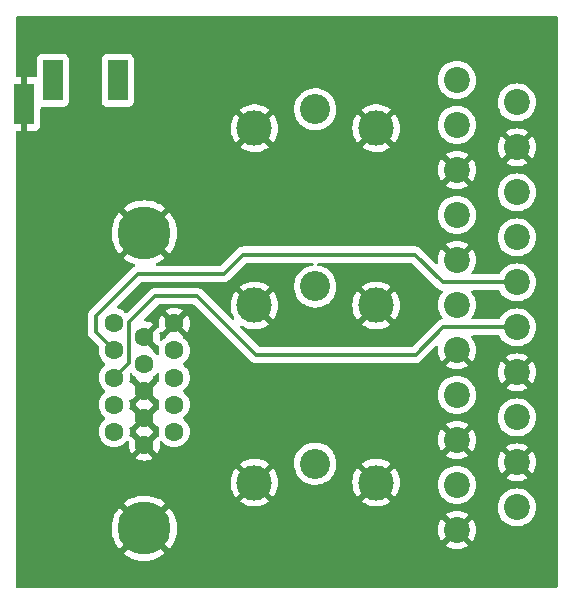
<source format=gbr>
%TF.GenerationSoftware,KiCad,Pcbnew,6.0.4+dfsg-1+b1*%
%TF.CreationDate,2022-07-06T22:38:45+03:00*%
%TF.ProjectId,dexx_video_adapter,64657878-5f76-4696-9465-6f5f61646170,rev?*%
%TF.SameCoordinates,Original*%
%TF.FileFunction,Copper,L2,Bot*%
%TF.FilePolarity,Positive*%
%FSLAX46Y46*%
G04 Gerber Fmt 4.6, Leading zero omitted, Abs format (unit mm)*
G04 Created by KiCad (PCBNEW 6.0.4+dfsg-1+b1) date 2022-07-06 22:38:45*
%MOMM*%
%LPD*%
G01*
G04 APERTURE LIST*
%TA.AperFunction,ComponentPad*%
%ADD10C,2.550000*%
%TD*%
%TA.AperFunction,ComponentPad*%
%ADD11C,3.000000*%
%TD*%
%TA.AperFunction,ComponentPad*%
%ADD12C,1.600000*%
%TD*%
%TA.AperFunction,ComponentPad*%
%ADD13C,4.500000*%
%TD*%
%TA.AperFunction,ComponentPad*%
%ADD14C,2.200000*%
%TD*%
%TA.AperFunction,ComponentPad*%
%ADD15R,1.700000X3.500000*%
%TD*%
%TA.AperFunction,ViaPad*%
%ADD16C,0.800000*%
%TD*%
%TA.AperFunction,Conductor*%
%ADD17C,0.350000*%
%TD*%
G04 APERTURE END LIST*
D10*
%TO.P,J3,1,In*%
%TO.N,/AV_G*%
X51180000Y-39400000D03*
D11*
%TO.P,J3,2,Ext*%
%TO.N,GND*%
X46030000Y-41000000D03*
X56330000Y-41000000D03*
%TD*%
D10*
%TO.P,J4,1,In*%
%TO.N,/AV_B*%
X51180000Y-24400000D03*
D11*
%TO.P,J4,2,Ext*%
%TO.N,GND*%
X46030000Y-26000000D03*
X56330000Y-26000000D03*
%TD*%
D12*
%TO.P,J6,1*%
%TO.N,/AV_R*%
X39240000Y-51690000D03*
%TO.P,J6,2*%
%TO.N,/AV_G*%
X39240000Y-49400000D03*
%TO.P,J6,3*%
%TO.N,/AV_B*%
X39240000Y-47110000D03*
%TO.P,J6,4*%
%TO.N,/AV_S*%
X39240000Y-44820000D03*
%TO.P,J6,5*%
%TO.N,GND*%
X39240000Y-42530000D03*
%TO.P,J6,6*%
X36700000Y-52830000D03*
%TO.P,J6,7*%
X36700000Y-50540000D03*
%TO.P,J6,8*%
X36700000Y-48250000D03*
%TO.P,J6,9*%
%TO.N,unconnected-(J6-Pad9)*%
X36700000Y-45960000D03*
D13*
%TO.P,J6,10*%
%TO.N,GND*%
X36700000Y-34870000D03*
D12*
X36700000Y-43670000D03*
D13*
X36700000Y-59870000D03*
D12*
%TO.P,J6,11*%
%TO.N,unconnected-(J6-Pad11)*%
X34160000Y-51690000D03*
%TO.P,J6,12*%
%TO.N,unconnected-(J6-Pad12)*%
X34160000Y-49400000D03*
%TO.P,J6,13*%
%TO.N,/AV_HS*%
X34160000Y-47110000D03*
%TO.P,J6,14*%
%TO.N,/AV_VS*%
X34160000Y-44820000D03*
%TO.P,J6,15*%
%TO.N,unconnected-(J6-Pad15)*%
X34160000Y-42530000D03*
%TD*%
D10*
%TO.P,J2,1,In*%
%TO.N,/AV_R*%
X51180000Y-54400000D03*
D11*
%TO.P,J2,2,Ext*%
%TO.N,GND*%
X46030000Y-56000000D03*
X56330000Y-56000000D03*
%TD*%
D14*
%TO.P,J1,1,P1*%
%TO.N,/AV_AR*%
X63170000Y-21910000D03*
%TO.P,J1,2,P2*%
X68250000Y-23815000D03*
%TO.P,J1,3,P3*%
%TO.N,/AV_AL*%
X63170000Y-25720000D03*
%TO.P,J1,4,P4*%
%TO.N,GND*%
X68250000Y-27625000D03*
%TO.P,J1,5,P5*%
X63170000Y-29530000D03*
%TO.P,J1,6,P6*%
%TO.N,/AV_AL*%
X68250000Y-31435000D03*
%TO.P,J1,7,P7*%
%TO.N,/AV_B*%
X63170000Y-33340000D03*
%TO.P,J1,8,P8*%
%TO.N,unconnected-(J1-Pad8)*%
X68250000Y-35245000D03*
%TO.P,J1,9,P9*%
%TO.N,GND*%
X63170000Y-37150000D03*
%TO.P,J1,10,P10*%
%TO.N,/AV_VS*%
X68250000Y-39055000D03*
%TO.P,J1,11,P11*%
%TO.N,/AV_G*%
X63170000Y-40960000D03*
%TO.P,J1,12,P12*%
%TO.N,/AV_HS*%
X68250000Y-42865000D03*
%TO.P,J1,13,P13*%
%TO.N,GND*%
X63170000Y-44770000D03*
%TO.P,J1,14,P14*%
X68250000Y-46675000D03*
%TO.P,J1,15,P15*%
%TO.N,/AV_R*%
X63170000Y-48580000D03*
%TO.P,J1,16,P16*%
%TO.N,unconnected-(J1-Pad16)*%
X68250000Y-50485000D03*
%TO.P,J1,17,P17*%
%TO.N,GND*%
X63170000Y-52390000D03*
%TO.P,J1,18,P18*%
X68250000Y-54295000D03*
%TO.P,J1,19,P19*%
%TO.N,unconnected-(J1-Pad19)*%
X63170000Y-56200000D03*
%TO.P,J1,20,P20*%
%TO.N,/AV_S*%
X68250000Y-58105000D03*
%TO.P,J1,21,P21*%
%TO.N,GND*%
X63170000Y-60010000D03*
%TD*%
D15*
%TO.P,J5,R*%
%TO.N,/AV_AR*%
X34440000Y-21960000D03*
%TO.P,J5,S*%
%TO.N,GND*%
X26540000Y-23960000D03*
%TO.P,J5,T*%
%TO.N,/AV_AL*%
X28940000Y-21960000D03*
%TD*%
D16*
%TO.N,GND*%
X65835000Y-46000000D03*
X63295000Y-63780000D03*
X30275000Y-46000000D03*
X58215000Y-51080000D03*
X32815000Y-58700000D03*
X45515000Y-23140000D03*
X30275000Y-40920000D03*
X32815000Y-63780000D03*
X70915000Y-25680000D03*
X55675000Y-23140000D03*
X42975000Y-25680000D03*
X60755000Y-30760000D03*
X27735000Y-46000000D03*
X48055000Y-23140000D03*
X70915000Y-56160000D03*
X45515000Y-63780000D03*
X58215000Y-58700000D03*
X50595000Y-30760000D03*
X50595000Y-58700000D03*
X40435000Y-33300000D03*
X45515000Y-33300000D03*
X27735000Y-33300000D03*
X70915000Y-43460000D03*
X65835000Y-33300000D03*
X32815000Y-53620000D03*
X35355000Y-30760000D03*
X30275000Y-38380000D03*
X37895000Y-63780000D03*
X48055000Y-48540000D03*
X70915000Y-58700000D03*
X27735000Y-53620000D03*
X70915000Y-20600000D03*
X70915000Y-40920000D03*
X60755000Y-51080000D03*
X68375000Y-18060000D03*
X53135000Y-56160000D03*
X60755000Y-53620000D03*
X65835000Y-51080000D03*
X30275000Y-28220000D03*
X63295000Y-18060000D03*
X53135000Y-48540000D03*
X30275000Y-43460000D03*
X53135000Y-43460000D03*
X68375000Y-63780000D03*
X40435000Y-61240000D03*
X30275000Y-18060000D03*
X30275000Y-56160000D03*
X35355000Y-18060000D03*
X50595000Y-33300000D03*
X37895000Y-28220000D03*
X27735000Y-61240000D03*
X30275000Y-33300000D03*
X68375000Y-20600000D03*
X48055000Y-58700000D03*
X65835000Y-63780000D03*
X58215000Y-23140000D03*
X30275000Y-53620000D03*
X32815000Y-28220000D03*
X32815000Y-30760000D03*
X35355000Y-28220000D03*
X70915000Y-51080000D03*
X70915000Y-61240000D03*
X65835000Y-56160000D03*
X42975000Y-30760000D03*
X48055000Y-53620000D03*
X35355000Y-63780000D03*
X27735000Y-48540000D03*
X40435000Y-30760000D03*
X32815000Y-61240000D03*
X42975000Y-28220000D03*
X70915000Y-46000000D03*
X55675000Y-63780000D03*
X50595000Y-63780000D03*
X42975000Y-46000000D03*
X70915000Y-18060000D03*
X55675000Y-58700000D03*
X53135000Y-58700000D03*
X32815000Y-18060000D03*
X27735000Y-58700000D03*
X60755000Y-56160000D03*
X58215000Y-53620000D03*
X58215000Y-43460000D03*
X65835000Y-40920000D03*
X30275000Y-58700000D03*
X70915000Y-63780000D03*
X32815000Y-33300000D03*
X60755000Y-28220000D03*
X42975000Y-63780000D03*
X27735000Y-51080000D03*
X65835000Y-35840000D03*
X53135000Y-63780000D03*
X70915000Y-30760000D03*
X65835000Y-20600000D03*
X55675000Y-33300000D03*
X53135000Y-33300000D03*
X60755000Y-63780000D03*
X27735000Y-63780000D03*
X60755000Y-25680000D03*
X27735000Y-30760000D03*
X48055000Y-33300000D03*
X40435000Y-28220000D03*
X30275000Y-35840000D03*
X35355000Y-56160000D03*
X65835000Y-25680000D03*
X30275000Y-48540000D03*
X70915000Y-33300000D03*
X40435000Y-53620000D03*
X27735000Y-40920000D03*
X27735000Y-18060000D03*
X32815000Y-38380000D03*
X50595000Y-28220000D03*
X60755000Y-40920000D03*
X37895000Y-18060000D03*
X48055000Y-30760000D03*
X45515000Y-58700000D03*
X48055000Y-38380000D03*
X30275000Y-30760000D03*
X70915000Y-38380000D03*
X42975000Y-35840000D03*
X65835000Y-48540000D03*
X58215000Y-28220000D03*
X53135000Y-30760000D03*
X30275000Y-63780000D03*
X50595000Y-51080000D03*
X37895000Y-23140000D03*
X40435000Y-63780000D03*
X27735000Y-35840000D03*
X30275000Y-51080000D03*
X27735000Y-38380000D03*
X65835000Y-53620000D03*
X48055000Y-63780000D03*
X27735000Y-43460000D03*
X65835000Y-18060000D03*
X70915000Y-48540000D03*
X50595000Y-48540000D03*
X68375000Y-61240000D03*
X60755000Y-58700000D03*
X70915000Y-28220000D03*
X37895000Y-30760000D03*
X27735000Y-28220000D03*
X58215000Y-63780000D03*
X70915000Y-35840000D03*
X30275000Y-25680000D03*
X70915000Y-23140000D03*
X32815000Y-56160000D03*
X70915000Y-53620000D03*
X40435000Y-20600000D03*
X42975000Y-53620000D03*
X30275000Y-61240000D03*
X55675000Y-43460000D03*
X42975000Y-56160000D03*
X32815000Y-35840000D03*
X27735000Y-56160000D03*
%TD*%
D17*
%TO.N,/AV_HS*%
X59670000Y-45190000D02*
X61995000Y-42865000D01*
X41190000Y-40240000D02*
X46140000Y-45190000D01*
X61995000Y-42865000D02*
X68250000Y-42865000D01*
X35410000Y-42450000D02*
X37620000Y-40240000D01*
X35410000Y-45860000D02*
X35410000Y-42450000D01*
X46140000Y-45190000D02*
X59670000Y-45190000D01*
X34160000Y-47110000D02*
X35410000Y-45860000D01*
X37620000Y-40240000D02*
X41190000Y-40240000D01*
%TO.N,/AV_VS*%
X32600000Y-41880000D02*
X36140000Y-38340000D01*
X43430000Y-38340000D02*
X45070000Y-36700000D01*
X32600000Y-43260000D02*
X32600000Y-41880000D01*
X61995000Y-39055000D02*
X68250000Y-39055000D01*
X59640000Y-36700000D02*
X61995000Y-39055000D01*
X36140000Y-38340000D02*
X43430000Y-38340000D01*
X34160000Y-44820000D02*
X32600000Y-43260000D01*
X45070000Y-36700000D02*
X59640000Y-36700000D01*
%TD*%
%TA.AperFunction,Conductor*%
%TO.N,GND*%
G36*
X71643621Y-16528502D02*
G01*
X71690114Y-16582158D01*
X71701500Y-16634500D01*
X71701500Y-64765500D01*
X71681498Y-64833621D01*
X71627842Y-64880114D01*
X71575500Y-64891500D01*
X25944500Y-64891500D01*
X25876379Y-64871498D01*
X25829886Y-64817842D01*
X25818500Y-64765500D01*
X25818500Y-61991982D01*
X34943142Y-61991982D01*
X34950668Y-62002415D01*
X35096463Y-62119848D01*
X35102648Y-62124244D01*
X35378363Y-62296195D01*
X35385034Y-62299817D01*
X35679414Y-62437402D01*
X35686468Y-62440195D01*
X35995257Y-62541420D01*
X36002570Y-62543339D01*
X36321298Y-62606738D01*
X36328789Y-62607764D01*
X36652823Y-62632413D01*
X36660386Y-62632531D01*
X36985021Y-62618074D01*
X36992562Y-62617282D01*
X37313115Y-62563926D01*
X37320479Y-62562240D01*
X37632315Y-62470757D01*
X37639424Y-62468198D01*
X37938003Y-62339919D01*
X37944770Y-62336515D01*
X38225764Y-62173301D01*
X38232071Y-62169111D01*
X38450005Y-62004588D01*
X38458461Y-61993197D01*
X38451743Y-61980953D01*
X36712812Y-60242022D01*
X36698868Y-60234408D01*
X36697035Y-60234539D01*
X36690420Y-60238790D01*
X34950257Y-61978953D01*
X34943142Y-61991982D01*
X25818500Y-61991982D01*
X25818500Y-59844858D01*
X33937299Y-59844858D01*
X33953456Y-60169410D01*
X33954287Y-60176939D01*
X34009318Y-60497198D01*
X34011051Y-60504585D01*
X34104156Y-60815909D01*
X34106759Y-60823022D01*
X34236595Y-61120913D01*
X34240037Y-61127669D01*
X34404720Y-61407803D01*
X34408943Y-61414088D01*
X34565792Y-61619608D01*
X34577316Y-61628069D01*
X34589382Y-61621408D01*
X36327978Y-59882812D01*
X36334356Y-59871132D01*
X37064408Y-59871132D01*
X37064539Y-59872965D01*
X37068790Y-59879580D01*
X38808825Y-61619615D01*
X38821948Y-61626781D01*
X38832250Y-61619391D01*
X38941429Y-61485285D01*
X38945842Y-61479144D01*
X39049163Y-61315390D01*
X62229440Y-61315390D01*
X62235167Y-61323040D01*
X62433506Y-61444583D01*
X62442300Y-61449064D01*
X62666991Y-61542134D01*
X62676376Y-61545183D01*
X62912863Y-61601959D01*
X62922610Y-61603502D01*
X63165070Y-61622584D01*
X63174930Y-61622584D01*
X63417390Y-61603502D01*
X63427137Y-61601959D01*
X63663624Y-61545183D01*
X63673009Y-61542134D01*
X63897700Y-61449064D01*
X63906494Y-61444583D01*
X64101167Y-61325287D01*
X64110627Y-61314830D01*
X64106844Y-61306054D01*
X63182812Y-60382022D01*
X63168868Y-60374408D01*
X63167035Y-60374539D01*
X63160420Y-60378790D01*
X62236200Y-61303010D01*
X62229440Y-61315390D01*
X39049163Y-61315390D01*
X39119248Y-61204312D01*
X39122895Y-61197677D01*
X39262025Y-60904011D01*
X39264850Y-60896984D01*
X39367696Y-60588715D01*
X39369650Y-60581424D01*
X39434716Y-60263033D01*
X39435784Y-60255529D01*
X39455353Y-60014930D01*
X61557416Y-60014930D01*
X61576498Y-60257390D01*
X61578041Y-60267137D01*
X61634817Y-60503624D01*
X61637866Y-60513009D01*
X61730936Y-60737700D01*
X61735417Y-60746494D01*
X61854713Y-60941167D01*
X61865170Y-60950627D01*
X61873946Y-60946844D01*
X62797978Y-60022812D01*
X62804356Y-60011132D01*
X63534408Y-60011132D01*
X63534539Y-60012965D01*
X63538790Y-60019580D01*
X64463010Y-60943800D01*
X64475390Y-60950560D01*
X64483040Y-60944833D01*
X64604583Y-60746494D01*
X64609064Y-60737700D01*
X64702134Y-60513009D01*
X64705183Y-60503624D01*
X64761959Y-60267137D01*
X64763502Y-60257390D01*
X64782584Y-60014930D01*
X64782584Y-60005070D01*
X64763502Y-59762610D01*
X64761959Y-59752863D01*
X64705183Y-59516376D01*
X64702134Y-59506991D01*
X64609064Y-59282300D01*
X64604583Y-59273506D01*
X64485287Y-59078833D01*
X64474830Y-59069373D01*
X64466054Y-59073156D01*
X63542022Y-59997188D01*
X63534408Y-60011132D01*
X62804356Y-60011132D01*
X62805592Y-60008868D01*
X62805461Y-60007035D01*
X62801210Y-60000420D01*
X61876990Y-59076200D01*
X61864610Y-59069440D01*
X61856960Y-59075167D01*
X61735417Y-59273506D01*
X61730936Y-59282300D01*
X61637866Y-59506991D01*
X61634817Y-59516376D01*
X61578041Y-59752863D01*
X61576498Y-59762610D01*
X61557416Y-60005070D01*
X61557416Y-60014930D01*
X39455353Y-60014930D01*
X39462253Y-59930100D01*
X39462458Y-59925625D01*
X39463018Y-59872221D01*
X39462908Y-59867789D01*
X39443257Y-59541835D01*
X39442349Y-59534333D01*
X39383967Y-59214663D01*
X39382154Y-59207284D01*
X39285797Y-58896966D01*
X39283116Y-58889869D01*
X39200303Y-58705170D01*
X62229373Y-58705170D01*
X62233156Y-58713946D01*
X63157188Y-59637978D01*
X63171132Y-59645592D01*
X63172965Y-59645461D01*
X63179580Y-59641210D01*
X64103800Y-58716990D01*
X64110560Y-58704610D01*
X64104833Y-58696960D01*
X63906494Y-58575417D01*
X63897700Y-58570936D01*
X63673009Y-58477866D01*
X63663624Y-58474817D01*
X63427137Y-58418041D01*
X63417390Y-58416498D01*
X63174930Y-58397416D01*
X63165070Y-58397416D01*
X62922610Y-58416498D01*
X62912863Y-58418041D01*
X62676376Y-58474817D01*
X62666991Y-58477866D01*
X62442300Y-58570936D01*
X62433506Y-58575417D01*
X62238833Y-58694713D01*
X62229373Y-58705170D01*
X39200303Y-58705170D01*
X39150172Y-58593363D01*
X39146655Y-58586636D01*
X38979054Y-58308252D01*
X38974757Y-58301999D01*
X38833617Y-58121022D01*
X38821823Y-58112551D01*
X38810113Y-58119097D01*
X37072022Y-59857188D01*
X37064408Y-59871132D01*
X36334356Y-59871132D01*
X36335592Y-59868868D01*
X36335461Y-59867035D01*
X36331210Y-59860420D01*
X34590864Y-58120074D01*
X34577929Y-58113011D01*
X34567367Y-58120671D01*
X34441785Y-58278268D01*
X34437428Y-58284467D01*
X34266913Y-58561094D01*
X34263333Y-58567770D01*
X34127287Y-58862878D01*
X34124537Y-58869929D01*
X34024927Y-59179251D01*
X34023044Y-59186584D01*
X33961316Y-59505632D01*
X33960329Y-59513132D01*
X33937378Y-59837277D01*
X33937299Y-59844858D01*
X25818500Y-59844858D01*
X25818500Y-57747773D01*
X34942267Y-57747773D01*
X34948871Y-57759661D01*
X36687188Y-59497978D01*
X36701132Y-59505592D01*
X36702965Y-59505461D01*
X36709580Y-59501210D01*
X38105790Y-58105000D01*
X66636526Y-58105000D01*
X66656391Y-58357403D01*
X66657545Y-58362210D01*
X66657546Y-58362216D01*
X66684579Y-58474817D01*
X66715495Y-58603591D01*
X66717388Y-58608162D01*
X66717389Y-58608164D01*
X66754170Y-58696960D01*
X66812384Y-58837502D01*
X66944672Y-59053376D01*
X67109102Y-59245898D01*
X67301624Y-59410328D01*
X67517498Y-59542616D01*
X67522068Y-59544509D01*
X67522072Y-59544511D01*
X67746836Y-59637611D01*
X67751409Y-59639505D01*
X67836032Y-59659821D01*
X67992784Y-59697454D01*
X67992790Y-59697455D01*
X67997597Y-59698609D01*
X68250000Y-59718474D01*
X68502403Y-59698609D01*
X68507210Y-59697455D01*
X68507216Y-59697454D01*
X68663968Y-59659821D01*
X68748591Y-59639505D01*
X68753164Y-59637611D01*
X68977928Y-59544511D01*
X68977932Y-59544509D01*
X68982502Y-59542616D01*
X69198376Y-59410328D01*
X69390898Y-59245898D01*
X69555328Y-59053376D01*
X69687616Y-58837502D01*
X69745831Y-58696960D01*
X69782611Y-58608164D01*
X69782612Y-58608162D01*
X69784505Y-58603591D01*
X69815421Y-58474817D01*
X69842454Y-58362216D01*
X69842455Y-58362210D01*
X69843609Y-58357403D01*
X69863474Y-58105000D01*
X69843609Y-57852597D01*
X69834217Y-57813474D01*
X69791376Y-57635030D01*
X69784505Y-57606409D01*
X69776649Y-57587442D01*
X69689511Y-57377072D01*
X69689509Y-57377068D01*
X69687616Y-57372498D01*
X69555328Y-57156624D01*
X69390898Y-56964102D01*
X69198376Y-56799672D01*
X68982502Y-56667384D01*
X68977932Y-56665491D01*
X68977928Y-56665489D01*
X68753164Y-56572389D01*
X68753162Y-56572388D01*
X68748591Y-56570495D01*
X68663968Y-56550179D01*
X68507216Y-56512546D01*
X68507210Y-56512545D01*
X68502403Y-56511391D01*
X68250000Y-56491526D01*
X67997597Y-56511391D01*
X67992790Y-56512545D01*
X67992784Y-56512546D01*
X67836032Y-56550179D01*
X67751409Y-56570495D01*
X67746838Y-56572388D01*
X67746836Y-56572389D01*
X67522072Y-56665489D01*
X67522068Y-56665491D01*
X67517498Y-56667384D01*
X67301624Y-56799672D01*
X67109102Y-56964102D01*
X66944672Y-57156624D01*
X66812384Y-57372498D01*
X66810491Y-57377068D01*
X66810489Y-57377072D01*
X66723351Y-57587442D01*
X66715495Y-57606409D01*
X66708624Y-57635030D01*
X66665784Y-57813474D01*
X66656391Y-57852597D01*
X66636526Y-58105000D01*
X38105790Y-58105000D01*
X38450162Y-57760628D01*
X38457174Y-57747787D01*
X38449379Y-57737098D01*
X38279886Y-57603481D01*
X38273663Y-57599156D01*
X38258066Y-57589654D01*
X44805618Y-57589654D01*
X44812673Y-57599627D01*
X44843679Y-57625551D01*
X44850598Y-57630579D01*
X45075272Y-57771515D01*
X45082807Y-57775556D01*
X45324520Y-57884694D01*
X45332551Y-57887680D01*
X45586832Y-57963002D01*
X45595184Y-57964869D01*
X45857340Y-58004984D01*
X45865874Y-58005700D01*
X46131045Y-58009867D01*
X46139596Y-58009418D01*
X46402883Y-57977557D01*
X46411284Y-57975955D01*
X46667824Y-57908653D01*
X46675926Y-57905926D01*
X46920949Y-57804434D01*
X46928617Y-57800628D01*
X47157598Y-57666822D01*
X47164679Y-57662009D01*
X47244655Y-57599301D01*
X47251545Y-57589654D01*
X55105618Y-57589654D01*
X55112673Y-57599627D01*
X55143679Y-57625551D01*
X55150598Y-57630579D01*
X55375272Y-57771515D01*
X55382807Y-57775556D01*
X55624520Y-57884694D01*
X55632551Y-57887680D01*
X55886832Y-57963002D01*
X55895184Y-57964869D01*
X56157340Y-58004984D01*
X56165874Y-58005700D01*
X56431045Y-58009867D01*
X56439596Y-58009418D01*
X56702883Y-57977557D01*
X56711284Y-57975955D01*
X56967824Y-57908653D01*
X56975926Y-57905926D01*
X57220949Y-57804434D01*
X57228617Y-57800628D01*
X57457598Y-57666822D01*
X57464679Y-57662009D01*
X57544655Y-57599301D01*
X57553125Y-57587442D01*
X57546608Y-57575818D01*
X56342812Y-56372022D01*
X56328868Y-56364408D01*
X56327035Y-56364539D01*
X56320420Y-56368790D01*
X55112910Y-57576300D01*
X55105618Y-57589654D01*
X47251545Y-57589654D01*
X47253125Y-57587442D01*
X47246608Y-57575818D01*
X46042812Y-56372022D01*
X46028868Y-56364408D01*
X46027035Y-56364539D01*
X46020420Y-56368790D01*
X44812910Y-57576300D01*
X44805618Y-57589654D01*
X38258066Y-57589654D01*
X37996140Y-57430088D01*
X37989465Y-57426553D01*
X37693637Y-57292049D01*
X37686567Y-57289335D01*
X37376740Y-57191350D01*
X37369389Y-57189503D01*
X37050024Y-57129446D01*
X37042515Y-57128498D01*
X36718251Y-57107245D01*
X36710686Y-57107205D01*
X36386207Y-57125062D01*
X36378693Y-57125931D01*
X36058713Y-57182641D01*
X36051357Y-57184406D01*
X35740503Y-57279147D01*
X35733409Y-57281786D01*
X35436207Y-57413178D01*
X35429470Y-57416655D01*
X35150196Y-57582805D01*
X35143945Y-57587053D01*
X34950733Y-57736115D01*
X34942267Y-57747773D01*
X25818500Y-57747773D01*
X25818500Y-55983204D01*
X44017665Y-55983204D01*
X44032932Y-56247969D01*
X44034005Y-56256470D01*
X44085065Y-56516722D01*
X44087276Y-56524974D01*
X44173184Y-56775894D01*
X44176499Y-56783779D01*
X44295664Y-57020713D01*
X44300020Y-57028079D01*
X44429347Y-57216250D01*
X44439601Y-57224594D01*
X44453342Y-57217448D01*
X45657978Y-56012812D01*
X45664356Y-56001132D01*
X46394408Y-56001132D01*
X46394539Y-56002965D01*
X46398790Y-56009580D01*
X47605730Y-57216520D01*
X47617939Y-57223187D01*
X47629439Y-57214497D01*
X47726831Y-57081913D01*
X47731418Y-57074685D01*
X47857962Y-56841621D01*
X47861530Y-56833827D01*
X47955271Y-56585750D01*
X47957748Y-56577544D01*
X48016954Y-56319038D01*
X48018294Y-56310577D01*
X48042031Y-56044616D01*
X48042277Y-56039677D01*
X48042666Y-56002485D01*
X48042523Y-55997519D01*
X48024362Y-55731123D01*
X48023201Y-55722649D01*
X47969419Y-55462944D01*
X47967120Y-55454709D01*
X47878588Y-55204705D01*
X47875191Y-55196854D01*
X47753550Y-54961178D01*
X47749122Y-54953866D01*
X47630031Y-54784417D01*
X47619509Y-54776037D01*
X47606121Y-54783089D01*
X46402022Y-55987188D01*
X46394408Y-56001132D01*
X45664356Y-56001132D01*
X45665592Y-55998868D01*
X45665461Y-55997035D01*
X45661210Y-55990420D01*
X44453814Y-54783024D01*
X44441804Y-54776466D01*
X44430064Y-54785434D01*
X44321935Y-54935911D01*
X44317418Y-54943196D01*
X44193325Y-55177567D01*
X44189839Y-55185395D01*
X44098700Y-55434446D01*
X44096311Y-55442670D01*
X44039812Y-55701795D01*
X44038563Y-55710250D01*
X44017754Y-55974653D01*
X44017665Y-55983204D01*
X25818500Y-55983204D01*
X25818500Y-54412500D01*
X44806584Y-54412500D01*
X44812980Y-54423770D01*
X46017188Y-55627978D01*
X46031132Y-55635592D01*
X46032965Y-55635461D01*
X46039580Y-55631210D01*
X47246604Y-54424186D01*
X47253795Y-54411017D01*
X47246473Y-54400780D01*
X47199233Y-54362115D01*
X47192261Y-54357160D01*
X47185771Y-54353183D01*
X49392112Y-54353183D01*
X49392336Y-54357850D01*
X49392336Y-54357855D01*
X49394890Y-54411017D01*
X49404830Y-54617963D01*
X49456546Y-54877956D01*
X49458125Y-54882354D01*
X49458127Y-54882361D01*
X49520432Y-55055894D01*
X49546123Y-55127449D01*
X49671594Y-55360961D01*
X49830201Y-55573362D01*
X49833510Y-55576642D01*
X49833515Y-55576648D01*
X50015145Y-55756699D01*
X50018462Y-55759987D01*
X50022224Y-55762745D01*
X50022227Y-55762748D01*
X50228465Y-55913968D01*
X50232239Y-55916735D01*
X50236382Y-55918915D01*
X50236384Y-55918916D01*
X50462687Y-56037980D01*
X50462692Y-56037982D01*
X50466837Y-56040163D01*
X50471260Y-56041708D01*
X50471261Y-56041708D01*
X50615998Y-56092252D01*
X50717102Y-56127559D01*
X50721695Y-56128431D01*
X50972947Y-56176133D01*
X50972950Y-56176133D01*
X50977536Y-56177004D01*
X51103411Y-56181950D01*
X51237750Y-56187228D01*
X51237755Y-56187228D01*
X51242418Y-56187411D01*
X51345397Y-56176133D01*
X51501275Y-56159062D01*
X51501280Y-56159061D01*
X51505928Y-56158552D01*
X51629506Y-56126017D01*
X51757756Y-56092252D01*
X51757759Y-56092251D01*
X51762279Y-56091061D01*
X51870383Y-56044616D01*
X52001544Y-55988265D01*
X52001546Y-55988264D01*
X52005838Y-55986420D01*
X52011035Y-55983204D01*
X54317665Y-55983204D01*
X54332932Y-56247969D01*
X54334005Y-56256470D01*
X54385065Y-56516722D01*
X54387276Y-56524974D01*
X54473184Y-56775894D01*
X54476499Y-56783779D01*
X54595664Y-57020713D01*
X54600020Y-57028079D01*
X54729347Y-57216250D01*
X54739601Y-57224594D01*
X54753342Y-57217448D01*
X55957978Y-56012812D01*
X55964356Y-56001132D01*
X56694408Y-56001132D01*
X56694539Y-56002965D01*
X56698790Y-56009580D01*
X57905730Y-57216520D01*
X57917939Y-57223187D01*
X57929439Y-57214497D01*
X58026831Y-57081913D01*
X58031418Y-57074685D01*
X58157962Y-56841621D01*
X58161530Y-56833827D01*
X58255271Y-56585750D01*
X58257748Y-56577544D01*
X58316954Y-56319038D01*
X58318294Y-56310577D01*
X58328163Y-56200000D01*
X61556526Y-56200000D01*
X61576391Y-56452403D01*
X61577545Y-56457210D01*
X61577546Y-56457216D01*
X61615179Y-56613968D01*
X61635495Y-56698591D01*
X61637388Y-56703162D01*
X61637389Y-56703164D01*
X61691512Y-56833827D01*
X61732384Y-56932502D01*
X61864672Y-57148376D01*
X62029102Y-57340898D01*
X62221624Y-57505328D01*
X62437498Y-57637616D01*
X62442068Y-57639509D01*
X62442072Y-57639511D01*
X62666836Y-57732611D01*
X62671409Y-57734505D01*
X62726675Y-57747773D01*
X62912784Y-57792454D01*
X62912790Y-57792455D01*
X62917597Y-57793609D01*
X63170000Y-57813474D01*
X63422403Y-57793609D01*
X63427210Y-57792455D01*
X63427216Y-57792454D01*
X63613325Y-57747773D01*
X63668591Y-57734505D01*
X63673164Y-57732611D01*
X63897928Y-57639511D01*
X63897932Y-57639509D01*
X63902502Y-57637616D01*
X64118376Y-57505328D01*
X64310898Y-57340898D01*
X64475328Y-57148376D01*
X64607616Y-56932502D01*
X64648489Y-56833827D01*
X64702611Y-56703164D01*
X64702612Y-56703162D01*
X64704505Y-56698591D01*
X64724821Y-56613968D01*
X64762454Y-56457216D01*
X64762455Y-56457210D01*
X64763609Y-56452403D01*
X64783474Y-56200000D01*
X64763609Y-55947597D01*
X64756724Y-55918916D01*
X64712345Y-55734064D01*
X64704505Y-55701409D01*
X64702611Y-55696836D01*
X64662662Y-55600390D01*
X67309440Y-55600390D01*
X67315167Y-55608040D01*
X67513506Y-55729583D01*
X67522300Y-55734064D01*
X67746991Y-55827134D01*
X67756376Y-55830183D01*
X67992863Y-55886959D01*
X68002610Y-55888502D01*
X68245070Y-55907584D01*
X68254930Y-55907584D01*
X68497390Y-55888502D01*
X68507137Y-55886959D01*
X68743624Y-55830183D01*
X68753009Y-55827134D01*
X68977700Y-55734064D01*
X68986494Y-55729583D01*
X69181167Y-55610287D01*
X69190627Y-55599830D01*
X69186844Y-55591054D01*
X68262812Y-54667022D01*
X68248868Y-54659408D01*
X68247035Y-54659539D01*
X68240420Y-54663790D01*
X67316200Y-55588010D01*
X67309440Y-55600390D01*
X64662662Y-55600390D01*
X64609511Y-55472072D01*
X64609509Y-55472068D01*
X64607616Y-55467498D01*
X64475328Y-55251624D01*
X64310898Y-55059102D01*
X64118376Y-54894672D01*
X63902502Y-54762384D01*
X63897932Y-54760491D01*
X63897928Y-54760489D01*
X63673164Y-54667389D01*
X63673162Y-54667388D01*
X63668591Y-54665495D01*
X63583968Y-54645179D01*
X63427216Y-54607546D01*
X63427210Y-54607545D01*
X63422403Y-54606391D01*
X63170000Y-54586526D01*
X62917597Y-54606391D01*
X62912790Y-54607545D01*
X62912784Y-54607546D01*
X62756032Y-54645179D01*
X62671409Y-54665495D01*
X62666838Y-54667388D01*
X62666836Y-54667389D01*
X62442072Y-54760489D01*
X62442068Y-54760491D01*
X62437498Y-54762384D01*
X62221624Y-54894672D01*
X62029102Y-55059102D01*
X61864672Y-55251624D01*
X61732384Y-55467498D01*
X61730491Y-55472068D01*
X61730489Y-55472072D01*
X61637389Y-55696836D01*
X61635495Y-55701409D01*
X61627655Y-55734064D01*
X61583277Y-55918916D01*
X61576391Y-55947597D01*
X61556526Y-56200000D01*
X58328163Y-56200000D01*
X58342031Y-56044616D01*
X58342277Y-56039677D01*
X58342666Y-56002485D01*
X58342523Y-55997519D01*
X58324362Y-55731123D01*
X58323201Y-55722649D01*
X58269419Y-55462944D01*
X58267120Y-55454709D01*
X58178588Y-55204705D01*
X58175191Y-55196854D01*
X58053550Y-54961178D01*
X58049122Y-54953866D01*
X57930031Y-54784417D01*
X57919509Y-54776037D01*
X57906121Y-54783089D01*
X56702022Y-55987188D01*
X56694408Y-56001132D01*
X55964356Y-56001132D01*
X55965592Y-55998868D01*
X55965461Y-55997035D01*
X55961210Y-55990420D01*
X54753814Y-54783024D01*
X54741804Y-54776466D01*
X54730064Y-54785434D01*
X54621935Y-54935911D01*
X54617418Y-54943196D01*
X54493325Y-55177567D01*
X54489839Y-55185395D01*
X54398700Y-55434446D01*
X54396311Y-55442670D01*
X54339812Y-55701795D01*
X54338563Y-55710250D01*
X54317754Y-55974653D01*
X54317665Y-55983204D01*
X52011035Y-55983204D01*
X52105458Y-55924773D01*
X52227282Y-55849387D01*
X52227286Y-55849384D01*
X52231255Y-55846928D01*
X52433577Y-55675649D01*
X52490898Y-55610287D01*
X52605278Y-55479862D01*
X52605281Y-55479857D01*
X52608360Y-55476347D01*
X52751765Y-55253399D01*
X52860641Y-55011703D01*
X52893647Y-54894672D01*
X52931326Y-54761074D01*
X52931327Y-54761071D01*
X52932596Y-54756570D01*
X52950824Y-54613291D01*
X52965652Y-54496733D01*
X52965652Y-54496729D01*
X52966050Y-54493603D01*
X52968174Y-54412500D01*
X55106584Y-54412500D01*
X55112980Y-54423770D01*
X56317188Y-55627978D01*
X56331132Y-55635592D01*
X56332965Y-55635461D01*
X56339580Y-55631210D01*
X57546604Y-54424186D01*
X57553795Y-54411017D01*
X57546473Y-54400780D01*
X57499233Y-54362115D01*
X57492261Y-54357160D01*
X57398870Y-54299930D01*
X66637416Y-54299930D01*
X66656498Y-54542390D01*
X66658041Y-54552137D01*
X66714817Y-54788624D01*
X66717866Y-54798009D01*
X66810936Y-55022700D01*
X66815417Y-55031494D01*
X66934713Y-55226167D01*
X66945170Y-55235627D01*
X66953946Y-55231844D01*
X67877978Y-54307812D01*
X67884356Y-54296132D01*
X68614408Y-54296132D01*
X68614539Y-54297965D01*
X68618790Y-54304580D01*
X69543010Y-55228800D01*
X69555390Y-55235560D01*
X69563040Y-55229833D01*
X69684583Y-55031494D01*
X69689064Y-55022700D01*
X69782134Y-54798009D01*
X69785183Y-54788624D01*
X69841959Y-54552137D01*
X69843502Y-54542390D01*
X69862584Y-54299930D01*
X69862584Y-54290070D01*
X69843502Y-54047610D01*
X69841959Y-54037863D01*
X69785183Y-53801376D01*
X69782134Y-53791991D01*
X69689064Y-53567300D01*
X69684583Y-53558506D01*
X69565287Y-53363833D01*
X69554830Y-53354373D01*
X69546054Y-53358156D01*
X68622022Y-54282188D01*
X68614408Y-54296132D01*
X67884356Y-54296132D01*
X67885592Y-54293868D01*
X67885461Y-54292035D01*
X67881210Y-54285420D01*
X66956990Y-53361200D01*
X66944610Y-53354440D01*
X66936960Y-53360167D01*
X66815417Y-53558506D01*
X66810936Y-53567300D01*
X66717866Y-53791991D01*
X66714817Y-53801376D01*
X66658041Y-54037863D01*
X66656498Y-54047610D01*
X66637416Y-54290070D01*
X66637416Y-54299930D01*
X57398870Y-54299930D01*
X57266122Y-54218582D01*
X57258552Y-54214624D01*
X57015704Y-54108022D01*
X57007644Y-54105120D01*
X56752592Y-54032467D01*
X56744214Y-54030685D01*
X56481656Y-53993318D01*
X56473111Y-53992691D01*
X56207908Y-53991302D01*
X56199374Y-53991839D01*
X55936433Y-54026456D01*
X55928035Y-54028149D01*
X55672238Y-54098127D01*
X55664143Y-54100946D01*
X55420199Y-54204997D01*
X55412577Y-54208881D01*
X55185013Y-54345075D01*
X55177981Y-54349962D01*
X55115053Y-54400377D01*
X55106584Y-54412500D01*
X52968174Y-54412500D01*
X52968501Y-54400000D01*
X52965369Y-54357855D01*
X52949202Y-54140295D01*
X52949201Y-54140291D01*
X52948856Y-54135643D01*
X52890352Y-53877093D01*
X52888659Y-53872739D01*
X52819692Y-53695390D01*
X62229440Y-53695390D01*
X62235167Y-53703040D01*
X62433506Y-53824583D01*
X62442300Y-53829064D01*
X62666991Y-53922134D01*
X62676376Y-53925183D01*
X62912863Y-53981959D01*
X62922610Y-53983502D01*
X63165070Y-54002584D01*
X63174930Y-54002584D01*
X63417390Y-53983502D01*
X63427137Y-53981959D01*
X63663624Y-53925183D01*
X63673009Y-53922134D01*
X63897700Y-53829064D01*
X63906494Y-53824583D01*
X64101167Y-53705287D01*
X64110627Y-53694830D01*
X64106844Y-53686054D01*
X63182812Y-52762022D01*
X63168868Y-52754408D01*
X63167035Y-52754539D01*
X63160420Y-52758790D01*
X62236200Y-53683010D01*
X62229440Y-53695390D01*
X52819692Y-53695390D01*
X52795968Y-53634383D01*
X52795967Y-53634380D01*
X52794275Y-53630030D01*
X52662735Y-53399883D01*
X52498621Y-53191706D01*
X52305540Y-53010074D01*
X52087733Y-52858975D01*
X52083543Y-52856909D01*
X52083540Y-52856907D01*
X51854172Y-52743796D01*
X51854169Y-52743795D01*
X51849984Y-52741731D01*
X51729118Y-52703041D01*
X51695566Y-52692301D01*
X51597517Y-52660915D01*
X51453066Y-52637390D01*
X51340490Y-52619056D01*
X51340489Y-52619056D01*
X51335878Y-52618305D01*
X51203347Y-52616570D01*
X51075492Y-52614896D01*
X51075489Y-52614896D01*
X51070815Y-52614835D01*
X50808150Y-52650582D01*
X50803660Y-52651891D01*
X50803654Y-52651892D01*
X50698933Y-52682416D01*
X50553654Y-52724761D01*
X50549407Y-52726719D01*
X50549404Y-52726720D01*
X50477612Y-52759817D01*
X50312918Y-52835742D01*
X50282117Y-52855936D01*
X50095143Y-52978521D01*
X50095138Y-52978525D01*
X50091230Y-52981087D01*
X50071221Y-52998946D01*
X49938168Y-53117700D01*
X49893460Y-53157603D01*
X49723954Y-53361412D01*
X49586434Y-53588038D01*
X49584625Y-53592352D01*
X49584624Y-53592354D01*
X49487242Y-53824583D01*
X49483922Y-53832500D01*
X49482771Y-53837032D01*
X49482770Y-53837035D01*
X49419822Y-54084893D01*
X49418670Y-54089430D01*
X49392112Y-54353183D01*
X47185771Y-54353183D01*
X46966122Y-54218582D01*
X46958552Y-54214624D01*
X46715704Y-54108022D01*
X46707644Y-54105120D01*
X46452592Y-54032467D01*
X46444214Y-54030685D01*
X46181656Y-53993318D01*
X46173111Y-53992691D01*
X45907908Y-53991302D01*
X45899374Y-53991839D01*
X45636433Y-54026456D01*
X45628035Y-54028149D01*
X45372238Y-54098127D01*
X45364143Y-54100946D01*
X45120199Y-54204997D01*
X45112577Y-54208881D01*
X44885013Y-54345075D01*
X44877981Y-54349962D01*
X44815053Y-54400377D01*
X44806584Y-54412500D01*
X25818500Y-54412500D01*
X25818500Y-53916062D01*
X35978493Y-53916062D01*
X35987789Y-53928077D01*
X36038994Y-53963931D01*
X36048489Y-53969414D01*
X36245947Y-54061490D01*
X36256239Y-54065236D01*
X36466688Y-54121625D01*
X36477481Y-54123528D01*
X36694525Y-54142517D01*
X36705475Y-54142517D01*
X36922519Y-54123528D01*
X36933312Y-54121625D01*
X37143761Y-54065236D01*
X37154053Y-54061490D01*
X37351511Y-53969414D01*
X37361006Y-53963931D01*
X37413048Y-53927491D01*
X37421424Y-53917012D01*
X37414356Y-53903566D01*
X36712812Y-53202022D01*
X36698868Y-53194408D01*
X36697035Y-53194539D01*
X36690420Y-53198790D01*
X35984923Y-53904287D01*
X35978493Y-53916062D01*
X25818500Y-53916062D01*
X25818500Y-43296034D01*
X31912424Y-43296034D01*
X31913729Y-43303511D01*
X31913729Y-43303514D01*
X31923002Y-43356647D01*
X31923965Y-43363171D01*
X31931355Y-43424235D01*
X31934042Y-43431345D01*
X31935246Y-43436248D01*
X31938114Y-43446734D01*
X31939561Y-43451526D01*
X31940866Y-43459004D01*
X31943918Y-43465956D01*
X31943918Y-43465957D01*
X31965595Y-43515341D01*
X31968086Y-43521446D01*
X31985868Y-43568502D01*
X31989831Y-43578989D01*
X31994131Y-43585246D01*
X31996467Y-43589714D01*
X32001725Y-43599160D01*
X32004307Y-43603526D01*
X32007362Y-43610485D01*
X32044823Y-43659304D01*
X32048686Y-43664623D01*
X32056145Y-43675475D01*
X32083534Y-43715326D01*
X32089203Y-43720377D01*
X32128323Y-43755232D01*
X32133598Y-43760213D01*
X32835905Y-44462520D01*
X32869931Y-44524832D01*
X32868591Y-44581143D01*
X32868836Y-44581186D01*
X32868552Y-44582797D01*
X32868518Y-44584219D01*
X32867883Y-44586590D01*
X32866457Y-44591913D01*
X32846502Y-44820000D01*
X32866457Y-45048087D01*
X32867881Y-45053400D01*
X32867881Y-45053402D01*
X32875410Y-45081498D01*
X32925716Y-45269243D01*
X32928039Y-45274224D01*
X32928039Y-45274225D01*
X33020151Y-45471762D01*
X33020154Y-45471767D01*
X33022477Y-45476749D01*
X33025634Y-45481257D01*
X33150598Y-45659724D01*
X33153802Y-45664300D01*
X33315700Y-45826198D01*
X33320208Y-45829355D01*
X33320211Y-45829357D01*
X33366526Y-45861787D01*
X33410854Y-45917244D01*
X33418163Y-45987864D01*
X33386132Y-46051224D01*
X33366526Y-46068213D01*
X33320211Y-46100643D01*
X33320208Y-46100645D01*
X33315700Y-46103802D01*
X33153802Y-46265700D01*
X33150645Y-46270208D01*
X33150643Y-46270211D01*
X33122460Y-46310461D01*
X33022477Y-46453251D01*
X33020154Y-46458233D01*
X33020151Y-46458238D01*
X32946237Y-46616749D01*
X32925716Y-46660757D01*
X32924294Y-46666065D01*
X32924293Y-46666067D01*
X32887253Y-46804300D01*
X32866457Y-46881913D01*
X32846502Y-47110000D01*
X32866457Y-47338087D01*
X32867881Y-47343400D01*
X32867881Y-47343402D01*
X32919393Y-47535644D01*
X32925716Y-47559243D01*
X32928039Y-47564224D01*
X32928039Y-47564225D01*
X33020151Y-47761762D01*
X33020154Y-47761767D01*
X33022477Y-47766749D01*
X33025634Y-47771257D01*
X33127674Y-47916985D01*
X33153802Y-47954300D01*
X33315700Y-48116198D01*
X33320208Y-48119355D01*
X33320211Y-48119357D01*
X33366526Y-48151787D01*
X33410854Y-48207244D01*
X33418163Y-48277864D01*
X33386132Y-48341224D01*
X33366526Y-48358213D01*
X33320211Y-48390643D01*
X33320208Y-48390645D01*
X33315700Y-48393802D01*
X33153802Y-48555700D01*
X33022477Y-48743251D01*
X33020154Y-48748233D01*
X33020151Y-48748238D01*
X32952860Y-48892546D01*
X32925716Y-48950757D01*
X32924294Y-48956065D01*
X32924293Y-48956067D01*
X32904831Y-49028699D01*
X32866457Y-49171913D01*
X32846502Y-49400000D01*
X32866457Y-49628087D01*
X32867881Y-49633400D01*
X32867881Y-49633402D01*
X32919393Y-49825644D01*
X32925716Y-49849243D01*
X32928039Y-49854224D01*
X32928039Y-49854225D01*
X33020151Y-50051762D01*
X33020154Y-50051767D01*
X33022477Y-50056749D01*
X33063727Y-50115660D01*
X33127674Y-50206985D01*
X33153802Y-50244300D01*
X33315700Y-50406198D01*
X33320208Y-50409355D01*
X33320211Y-50409357D01*
X33366526Y-50441787D01*
X33410854Y-50497244D01*
X33418163Y-50567864D01*
X33386132Y-50631224D01*
X33366526Y-50648213D01*
X33320211Y-50680643D01*
X33320208Y-50680645D01*
X33315700Y-50683802D01*
X33153802Y-50845700D01*
X33022477Y-51033251D01*
X33020154Y-51038233D01*
X33020151Y-51038238D01*
X32992755Y-51096990D01*
X32925716Y-51240757D01*
X32924294Y-51246065D01*
X32924293Y-51246067D01*
X32867988Y-51456200D01*
X32866457Y-51461913D01*
X32846502Y-51690000D01*
X32866457Y-51918087D01*
X32867881Y-51923400D01*
X32867881Y-51923402D01*
X32919393Y-52115644D01*
X32925716Y-52139243D01*
X32928039Y-52144224D01*
X32928039Y-52144225D01*
X33020151Y-52341762D01*
X33020154Y-52341767D01*
X33022477Y-52346749D01*
X33054838Y-52392965D01*
X33127674Y-52496985D01*
X33153802Y-52534300D01*
X33315700Y-52696198D01*
X33320208Y-52699355D01*
X33320211Y-52699357D01*
X33356492Y-52724761D01*
X33503251Y-52827523D01*
X33508233Y-52829846D01*
X33508238Y-52829849D01*
X33643687Y-52893009D01*
X33710757Y-52924284D01*
X33716065Y-52925706D01*
X33716067Y-52925707D01*
X33926598Y-52982119D01*
X33926600Y-52982119D01*
X33931913Y-52983543D01*
X34160000Y-53003498D01*
X34388087Y-52983543D01*
X34393400Y-52982119D01*
X34393402Y-52982119D01*
X34603933Y-52925707D01*
X34603935Y-52925706D01*
X34609243Y-52924284D01*
X34676313Y-52893009D01*
X34811762Y-52829849D01*
X34811767Y-52829846D01*
X34816749Y-52827523D01*
X34963508Y-52724761D01*
X34999789Y-52699357D01*
X34999792Y-52699355D01*
X35004300Y-52696198D01*
X35166198Y-52534300D01*
X35178597Y-52516592D01*
X35234053Y-52472264D01*
X35304672Y-52464954D01*
X35368033Y-52496985D01*
X35404018Y-52558186D01*
X35405582Y-52601881D01*
X35406951Y-52602001D01*
X35387483Y-52824525D01*
X35387483Y-52835475D01*
X35406472Y-53052519D01*
X35408375Y-53063312D01*
X35464764Y-53273761D01*
X35468510Y-53284053D01*
X35560586Y-53481511D01*
X35566069Y-53491006D01*
X35602509Y-53543048D01*
X35612988Y-53551424D01*
X35626434Y-53544356D01*
X36327978Y-52842812D01*
X36335592Y-52828868D01*
X36335461Y-52827035D01*
X36331210Y-52820420D01*
X35625713Y-52114923D01*
X35611769Y-52107309D01*
X35583665Y-52109319D01*
X35576630Y-52112071D01*
X35507024Y-52098085D01*
X35456030Y-52048688D01*
X35439837Y-51979563D01*
X35443937Y-51953939D01*
X35452118Y-51923409D01*
X35452120Y-51923398D01*
X35453543Y-51918087D01*
X35473498Y-51690000D01*
X35468094Y-51628231D01*
X35977309Y-51628231D01*
X35978471Y-51644487D01*
X35989734Y-51673279D01*
X35978837Y-51727498D01*
X35977455Y-51740854D01*
X35985644Y-51756434D01*
X36687188Y-52457978D01*
X36701132Y-52465592D01*
X36702965Y-52465461D01*
X36709580Y-52461210D01*
X37415077Y-51755713D01*
X37422691Y-51741769D01*
X37421529Y-51725513D01*
X37410266Y-51696721D01*
X37421163Y-51642502D01*
X37422545Y-51629146D01*
X37414356Y-51613566D01*
X36712812Y-50912022D01*
X36698868Y-50904408D01*
X36697035Y-50904539D01*
X36690420Y-50908790D01*
X35984923Y-51614287D01*
X35977309Y-51628231D01*
X35468094Y-51628231D01*
X35453543Y-51461913D01*
X35451736Y-51455167D01*
X35441016Y-51415162D01*
X35442706Y-51344186D01*
X35482500Y-51285390D01*
X35547764Y-51257442D01*
X35577773Y-51262488D01*
X35578118Y-51259157D01*
X35610854Y-51262545D01*
X35626434Y-51254356D01*
X36327978Y-50552812D01*
X36335592Y-50538868D01*
X36335461Y-50537035D01*
X36331210Y-50530420D01*
X35625713Y-49824923D01*
X35611769Y-49817309D01*
X35583665Y-49819319D01*
X35576630Y-49822071D01*
X35507024Y-49808085D01*
X35456030Y-49758688D01*
X35439837Y-49689563D01*
X35443937Y-49663939D01*
X35452118Y-49633409D01*
X35452120Y-49633398D01*
X35453543Y-49628087D01*
X35473498Y-49400000D01*
X35468094Y-49338231D01*
X35977309Y-49338231D01*
X35978471Y-49354487D01*
X35989734Y-49383279D01*
X35978837Y-49437498D01*
X35977455Y-49450854D01*
X35985644Y-49466434D01*
X36687188Y-50167978D01*
X36701132Y-50175592D01*
X36702965Y-50175461D01*
X36709580Y-50171210D01*
X37415077Y-49465713D01*
X37422691Y-49451769D01*
X37421529Y-49435513D01*
X37410266Y-49406721D01*
X37421163Y-49352502D01*
X37422545Y-49339146D01*
X37414356Y-49323566D01*
X36712812Y-48622022D01*
X36698868Y-48614408D01*
X36697035Y-48614539D01*
X36690420Y-48618790D01*
X35984923Y-49324287D01*
X35977309Y-49338231D01*
X35468094Y-49338231D01*
X35453543Y-49171913D01*
X35441016Y-49125162D01*
X35442706Y-49054186D01*
X35482500Y-48995390D01*
X35547764Y-48967442D01*
X35577773Y-48972488D01*
X35578118Y-48969157D01*
X35610854Y-48972545D01*
X35626434Y-48964356D01*
X36327978Y-48262812D01*
X36335592Y-48248868D01*
X36335461Y-48247035D01*
X36331210Y-48240420D01*
X35625713Y-47534923D01*
X35611769Y-47527309D01*
X35583665Y-47529319D01*
X35576630Y-47532071D01*
X35507024Y-47518085D01*
X35456030Y-47468688D01*
X35439837Y-47399563D01*
X35443937Y-47373939D01*
X35452118Y-47343409D01*
X35452120Y-47343398D01*
X35453543Y-47338087D01*
X35473498Y-47110000D01*
X35453543Y-46881913D01*
X35452476Y-46877932D01*
X35460293Y-46807797D01*
X35505057Y-46752690D01*
X35572507Y-46730533D01*
X35641229Y-46748359D01*
X35679725Y-46784197D01*
X35690641Y-46799786D01*
X35693802Y-46804300D01*
X35855700Y-46966198D01*
X35860208Y-46969355D01*
X35860211Y-46969357D01*
X35927326Y-47016351D01*
X35971654Y-47071808D01*
X35980385Y-47132536D01*
X35977454Y-47160853D01*
X35985644Y-47176434D01*
X36687188Y-47877978D01*
X36701132Y-47885592D01*
X36702965Y-47885461D01*
X36709580Y-47881210D01*
X37415077Y-47175713D01*
X37422691Y-47161769D01*
X37420266Y-47127858D01*
X37424113Y-47127583D01*
X37427886Y-47074834D01*
X37473671Y-47015653D01*
X37539789Y-46969357D01*
X37539792Y-46969355D01*
X37544300Y-46966198D01*
X37706198Y-46804300D01*
X37720273Y-46784199D01*
X37775731Y-46739871D01*
X37846350Y-46732562D01*
X37909710Y-46764593D01*
X37945695Y-46825794D01*
X37947553Y-46877822D01*
X37946457Y-46881913D01*
X37926502Y-47110000D01*
X37946457Y-47338087D01*
X37947881Y-47343400D01*
X37947881Y-47343402D01*
X37955763Y-47372818D01*
X37954073Y-47443795D01*
X37914279Y-47502590D01*
X37849014Y-47530538D01*
X37821085Y-47530760D01*
X37789146Y-47527455D01*
X37773566Y-47535644D01*
X37072022Y-48237188D01*
X37064408Y-48251132D01*
X37064539Y-48252965D01*
X37068790Y-48259580D01*
X37774287Y-48965077D01*
X37788231Y-48972691D01*
X37812293Y-48970970D01*
X37826752Y-48965314D01*
X37896357Y-48979301D01*
X37947351Y-49028699D01*
X37963543Y-49097824D01*
X37959444Y-49123445D01*
X37946457Y-49171913D01*
X37926502Y-49400000D01*
X37946457Y-49628087D01*
X37947881Y-49633400D01*
X37947881Y-49633402D01*
X37955763Y-49662818D01*
X37954073Y-49733795D01*
X37914279Y-49792590D01*
X37849014Y-49820538D01*
X37821085Y-49820760D01*
X37789146Y-49817455D01*
X37773566Y-49825644D01*
X37072022Y-50527188D01*
X37064408Y-50541132D01*
X37064539Y-50542965D01*
X37068790Y-50549580D01*
X37774287Y-51255077D01*
X37788231Y-51262691D01*
X37812293Y-51260970D01*
X37826752Y-51255314D01*
X37896357Y-51269301D01*
X37947351Y-51318699D01*
X37963543Y-51387824D01*
X37959444Y-51413445D01*
X37948265Y-51455167D01*
X37946457Y-51461913D01*
X37926502Y-51690000D01*
X37946457Y-51918087D01*
X37947881Y-51923400D01*
X37947881Y-51923402D01*
X37955763Y-51952818D01*
X37954073Y-52023795D01*
X37914279Y-52082590D01*
X37849014Y-52110538D01*
X37821085Y-52110760D01*
X37789146Y-52107455D01*
X37773566Y-52115644D01*
X37072022Y-52817188D01*
X37064408Y-52831132D01*
X37064539Y-52832965D01*
X37068790Y-52839580D01*
X37774287Y-53545077D01*
X37786062Y-53551507D01*
X37798077Y-53542211D01*
X37833931Y-53491006D01*
X37839414Y-53481511D01*
X37931490Y-53284053D01*
X37935236Y-53273761D01*
X37991625Y-53063312D01*
X37993528Y-53052519D01*
X38012517Y-52835475D01*
X38012517Y-52824525D01*
X37993049Y-52602001D01*
X37995095Y-52601822D01*
X38001981Y-52540166D01*
X38046756Y-52485069D01*
X38114211Y-52462926D01*
X38182930Y-52480767D01*
X38221402Y-52516591D01*
X38233802Y-52534300D01*
X38395700Y-52696198D01*
X38400208Y-52699355D01*
X38400211Y-52699357D01*
X38436492Y-52724761D01*
X38583251Y-52827523D01*
X38588233Y-52829846D01*
X38588238Y-52829849D01*
X38723687Y-52893009D01*
X38790757Y-52924284D01*
X38796065Y-52925706D01*
X38796067Y-52925707D01*
X39006598Y-52982119D01*
X39006600Y-52982119D01*
X39011913Y-52983543D01*
X39240000Y-53003498D01*
X39468087Y-52983543D01*
X39473400Y-52982119D01*
X39473402Y-52982119D01*
X39683933Y-52925707D01*
X39683935Y-52925706D01*
X39689243Y-52924284D01*
X39756313Y-52893009D01*
X39891762Y-52829849D01*
X39891767Y-52829846D01*
X39896749Y-52827523D01*
X40043508Y-52724761D01*
X40079789Y-52699357D01*
X40079792Y-52699355D01*
X40084300Y-52696198D01*
X40246198Y-52534300D01*
X40272327Y-52496985D01*
X40343786Y-52394930D01*
X61557416Y-52394930D01*
X61576498Y-52637390D01*
X61578041Y-52647137D01*
X61634817Y-52883624D01*
X61637866Y-52893009D01*
X61730936Y-53117700D01*
X61735417Y-53126494D01*
X61854713Y-53321167D01*
X61865170Y-53330627D01*
X61873946Y-53326844D01*
X62797978Y-52402812D01*
X62804356Y-52391132D01*
X63534408Y-52391132D01*
X63534539Y-52392965D01*
X63538790Y-52399580D01*
X64463010Y-53323800D01*
X64475390Y-53330560D01*
X64483040Y-53324833D01*
X64604583Y-53126494D01*
X64609064Y-53117700D01*
X64661889Y-52990170D01*
X67309373Y-52990170D01*
X67313156Y-52998946D01*
X68237188Y-53922978D01*
X68251132Y-53930592D01*
X68252965Y-53930461D01*
X68259580Y-53926210D01*
X69183800Y-53001990D01*
X69190560Y-52989610D01*
X69184833Y-52981960D01*
X68986494Y-52860417D01*
X68977700Y-52855936D01*
X68753009Y-52762866D01*
X68743624Y-52759817D01*
X68507137Y-52703041D01*
X68497390Y-52701498D01*
X68254930Y-52682416D01*
X68245070Y-52682416D01*
X68002610Y-52701498D01*
X67992863Y-52703041D01*
X67756376Y-52759817D01*
X67746991Y-52762866D01*
X67522300Y-52855936D01*
X67513506Y-52860417D01*
X67318833Y-52979713D01*
X67309373Y-52990170D01*
X64661889Y-52990170D01*
X64702134Y-52893009D01*
X64705183Y-52883624D01*
X64761959Y-52647137D01*
X64763502Y-52637390D01*
X64782584Y-52394930D01*
X64782584Y-52385070D01*
X64763502Y-52142610D01*
X64761959Y-52132863D01*
X64705183Y-51896376D01*
X64702134Y-51886991D01*
X64609064Y-51662300D01*
X64604583Y-51653506D01*
X64485287Y-51458833D01*
X64474830Y-51449373D01*
X64466054Y-51453156D01*
X63542022Y-52377188D01*
X63534408Y-52391132D01*
X62804356Y-52391132D01*
X62805592Y-52388868D01*
X62805461Y-52387035D01*
X62801210Y-52380420D01*
X61876990Y-51456200D01*
X61864610Y-51449440D01*
X61856960Y-51455167D01*
X61735417Y-51653506D01*
X61730936Y-51662300D01*
X61637866Y-51886991D01*
X61634817Y-51896376D01*
X61578041Y-52132863D01*
X61576498Y-52142610D01*
X61557416Y-52385070D01*
X61557416Y-52394930D01*
X40343786Y-52394930D01*
X40345162Y-52392965D01*
X40377523Y-52346749D01*
X40379846Y-52341767D01*
X40379849Y-52341762D01*
X40471961Y-52144225D01*
X40471961Y-52144224D01*
X40474284Y-52139243D01*
X40480608Y-52115644D01*
X40532119Y-51923402D01*
X40532119Y-51923400D01*
X40533543Y-51918087D01*
X40553498Y-51690000D01*
X40533543Y-51461913D01*
X40532012Y-51456200D01*
X40475707Y-51246067D01*
X40475706Y-51246065D01*
X40474284Y-51240757D01*
X40407245Y-51096990D01*
X40401733Y-51085170D01*
X62229373Y-51085170D01*
X62233156Y-51093946D01*
X63157188Y-52017978D01*
X63171132Y-52025592D01*
X63172965Y-52025461D01*
X63179580Y-52021210D01*
X64103800Y-51096990D01*
X64110560Y-51084610D01*
X64104833Y-51076960D01*
X63906494Y-50955417D01*
X63897700Y-50950936D01*
X63673009Y-50857866D01*
X63663624Y-50854817D01*
X63427137Y-50798041D01*
X63417390Y-50796498D01*
X63174930Y-50777416D01*
X63165070Y-50777416D01*
X62922610Y-50796498D01*
X62912863Y-50798041D01*
X62676376Y-50854817D01*
X62666991Y-50857866D01*
X62442300Y-50950936D01*
X62433506Y-50955417D01*
X62238833Y-51074713D01*
X62229373Y-51085170D01*
X40401733Y-51085170D01*
X40379849Y-51038238D01*
X40379846Y-51038233D01*
X40377523Y-51033251D01*
X40246198Y-50845700D01*
X40084300Y-50683802D01*
X40079792Y-50680645D01*
X40079789Y-50680643D01*
X40033474Y-50648213D01*
X39989146Y-50592756D01*
X39981837Y-50522136D01*
X40000611Y-50485000D01*
X66636526Y-50485000D01*
X66656391Y-50737403D01*
X66657545Y-50742210D01*
X66657546Y-50742216D01*
X66684579Y-50854817D01*
X66715495Y-50983591D01*
X66717388Y-50988162D01*
X66717389Y-50988164D01*
X66754170Y-51076960D01*
X66812384Y-51217502D01*
X66944672Y-51433376D01*
X67109102Y-51625898D01*
X67301624Y-51790328D01*
X67517498Y-51922616D01*
X67522068Y-51924509D01*
X67522072Y-51924511D01*
X67593118Y-51953939D01*
X67751409Y-52019505D01*
X67836032Y-52039821D01*
X67992784Y-52077454D01*
X67992790Y-52077455D01*
X67997597Y-52078609D01*
X68250000Y-52098474D01*
X68502403Y-52078609D01*
X68507210Y-52077455D01*
X68507216Y-52077454D01*
X68663968Y-52039821D01*
X68748591Y-52019505D01*
X68906882Y-51953939D01*
X68977928Y-51924511D01*
X68977932Y-51924509D01*
X68982502Y-51922616D01*
X69198376Y-51790328D01*
X69390898Y-51625898D01*
X69555328Y-51433376D01*
X69687616Y-51217502D01*
X69745831Y-51076960D01*
X69782611Y-50988164D01*
X69782612Y-50988162D01*
X69784505Y-50983591D01*
X69815421Y-50854817D01*
X69842454Y-50742216D01*
X69842455Y-50742210D01*
X69843609Y-50737403D01*
X69863474Y-50485000D01*
X69843609Y-50232597D01*
X69837461Y-50206985D01*
X69785660Y-49991221D01*
X69784505Y-49986409D01*
X69782611Y-49981836D01*
X69689511Y-49757072D01*
X69689509Y-49757068D01*
X69687616Y-49752498D01*
X69555328Y-49536624D01*
X69390898Y-49344102D01*
X69198376Y-49179672D01*
X68982502Y-49047384D01*
X68977932Y-49045491D01*
X68977928Y-49045489D01*
X68753164Y-48952389D01*
X68753162Y-48952388D01*
X68748591Y-48950495D01*
X68663968Y-48930179D01*
X68507216Y-48892546D01*
X68507210Y-48892545D01*
X68502403Y-48891391D01*
X68250000Y-48871526D01*
X67997597Y-48891391D01*
X67992790Y-48892545D01*
X67992784Y-48892546D01*
X67836032Y-48930179D01*
X67751409Y-48950495D01*
X67746838Y-48952388D01*
X67746836Y-48952389D01*
X67522072Y-49045489D01*
X67522068Y-49045491D01*
X67517498Y-49047384D01*
X67301624Y-49179672D01*
X67109102Y-49344102D01*
X66944672Y-49536624D01*
X66812384Y-49752498D01*
X66810491Y-49757068D01*
X66810489Y-49757072D01*
X66717389Y-49981836D01*
X66715495Y-49986409D01*
X66714340Y-49991221D01*
X66662540Y-50206985D01*
X66656391Y-50232597D01*
X66636526Y-50485000D01*
X40000611Y-50485000D01*
X40013868Y-50458776D01*
X40033474Y-50441787D01*
X40079789Y-50409357D01*
X40079792Y-50409355D01*
X40084300Y-50406198D01*
X40246198Y-50244300D01*
X40272327Y-50206985D01*
X40336273Y-50115660D01*
X40377523Y-50056749D01*
X40379846Y-50051767D01*
X40379849Y-50051762D01*
X40471961Y-49854225D01*
X40471961Y-49854224D01*
X40474284Y-49849243D01*
X40480608Y-49825644D01*
X40532119Y-49633402D01*
X40532119Y-49633400D01*
X40533543Y-49628087D01*
X40553498Y-49400000D01*
X40533543Y-49171913D01*
X40495169Y-49028699D01*
X40475707Y-48956067D01*
X40475706Y-48956065D01*
X40474284Y-48950757D01*
X40447140Y-48892546D01*
X40379849Y-48748238D01*
X40379846Y-48748233D01*
X40377523Y-48743251D01*
X40263213Y-48580000D01*
X61556526Y-48580000D01*
X61576391Y-48832403D01*
X61577545Y-48837210D01*
X61577546Y-48837216D01*
X61590830Y-48892546D01*
X61635495Y-49078591D01*
X61637388Y-49083162D01*
X61637389Y-49083164D01*
X61676295Y-49177090D01*
X61732384Y-49312502D01*
X61864672Y-49528376D01*
X62029102Y-49720898D01*
X62221624Y-49885328D01*
X62437498Y-50017616D01*
X62442068Y-50019509D01*
X62442072Y-50019511D01*
X62666836Y-50112611D01*
X62671409Y-50114505D01*
X62756032Y-50134821D01*
X62912784Y-50172454D01*
X62912790Y-50172455D01*
X62917597Y-50173609D01*
X63170000Y-50193474D01*
X63422403Y-50173609D01*
X63427210Y-50172455D01*
X63427216Y-50172454D01*
X63583968Y-50134821D01*
X63668591Y-50114505D01*
X63673164Y-50112611D01*
X63897928Y-50019511D01*
X63897932Y-50019509D01*
X63902502Y-50017616D01*
X64118376Y-49885328D01*
X64310898Y-49720898D01*
X64475328Y-49528376D01*
X64607616Y-49312502D01*
X64663706Y-49177090D01*
X64702611Y-49083164D01*
X64702612Y-49083162D01*
X64704505Y-49078591D01*
X64749170Y-48892546D01*
X64762454Y-48837216D01*
X64762455Y-48837210D01*
X64763609Y-48832403D01*
X64783474Y-48580000D01*
X64763609Y-48327597D01*
X64757646Y-48302756D01*
X64705660Y-48086221D01*
X64704505Y-48081409D01*
X64702611Y-48076836D01*
X64662662Y-47980390D01*
X67309440Y-47980390D01*
X67315167Y-47988040D01*
X67513506Y-48109583D01*
X67522300Y-48114064D01*
X67746991Y-48207134D01*
X67756376Y-48210183D01*
X67992863Y-48266959D01*
X68002610Y-48268502D01*
X68245070Y-48287584D01*
X68254930Y-48287584D01*
X68497390Y-48268502D01*
X68507137Y-48266959D01*
X68743624Y-48210183D01*
X68753009Y-48207134D01*
X68977700Y-48114064D01*
X68986494Y-48109583D01*
X69181167Y-47990287D01*
X69190627Y-47979830D01*
X69186844Y-47971054D01*
X68262812Y-47047022D01*
X68248868Y-47039408D01*
X68247035Y-47039539D01*
X68240420Y-47043790D01*
X67316200Y-47968010D01*
X67309440Y-47980390D01*
X64662662Y-47980390D01*
X64609511Y-47852072D01*
X64609509Y-47852068D01*
X64607616Y-47847498D01*
X64475328Y-47631624D01*
X64310898Y-47439102D01*
X64118376Y-47274672D01*
X63902502Y-47142384D01*
X63897932Y-47140491D01*
X63897928Y-47140489D01*
X63673164Y-47047389D01*
X63673162Y-47047388D01*
X63668591Y-47045495D01*
X63583968Y-47025179D01*
X63427216Y-46987546D01*
X63427210Y-46987545D01*
X63422403Y-46986391D01*
X63170000Y-46966526D01*
X62917597Y-46986391D01*
X62912790Y-46987545D01*
X62912784Y-46987546D01*
X62756032Y-47025179D01*
X62671409Y-47045495D01*
X62666838Y-47047388D01*
X62666836Y-47047389D01*
X62442072Y-47140489D01*
X62442068Y-47140491D01*
X62437498Y-47142384D01*
X62221624Y-47274672D01*
X62029102Y-47439102D01*
X61864672Y-47631624D01*
X61732384Y-47847498D01*
X61730491Y-47852068D01*
X61730489Y-47852072D01*
X61637389Y-48076836D01*
X61635495Y-48081409D01*
X61634340Y-48086221D01*
X61582355Y-48302756D01*
X61576391Y-48327597D01*
X61556526Y-48580000D01*
X40263213Y-48580000D01*
X40246198Y-48555700D01*
X40084300Y-48393802D01*
X40079792Y-48390645D01*
X40079789Y-48390643D01*
X40033474Y-48358213D01*
X39989146Y-48302756D01*
X39981837Y-48232136D01*
X40013868Y-48168776D01*
X40033474Y-48151787D01*
X40079789Y-48119357D01*
X40079792Y-48119355D01*
X40084300Y-48116198D01*
X40246198Y-47954300D01*
X40272327Y-47916985D01*
X40374366Y-47771257D01*
X40377523Y-47766749D01*
X40379846Y-47761767D01*
X40379849Y-47761762D01*
X40471961Y-47564225D01*
X40471961Y-47564224D01*
X40474284Y-47559243D01*
X40480608Y-47535644D01*
X40532119Y-47343402D01*
X40532119Y-47343400D01*
X40533543Y-47338087D01*
X40553498Y-47110000D01*
X40533543Y-46881913D01*
X40512747Y-46804300D01*
X40479422Y-46679930D01*
X66637416Y-46679930D01*
X66656498Y-46922390D01*
X66658041Y-46932137D01*
X66714817Y-47168624D01*
X66717866Y-47178009D01*
X66810936Y-47402700D01*
X66815417Y-47411494D01*
X66934713Y-47606167D01*
X66945170Y-47615627D01*
X66953946Y-47611844D01*
X67877978Y-46687812D01*
X67884356Y-46676132D01*
X68614408Y-46676132D01*
X68614539Y-46677965D01*
X68618790Y-46684580D01*
X69543010Y-47608800D01*
X69555390Y-47615560D01*
X69563040Y-47609833D01*
X69684583Y-47411494D01*
X69689064Y-47402700D01*
X69782134Y-47178009D01*
X69785183Y-47168624D01*
X69841959Y-46932137D01*
X69843502Y-46922390D01*
X69862584Y-46679930D01*
X69862584Y-46670070D01*
X69843502Y-46427610D01*
X69841959Y-46417863D01*
X69785183Y-46181376D01*
X69782134Y-46171991D01*
X69689064Y-45947300D01*
X69684583Y-45938506D01*
X69565287Y-45743833D01*
X69554830Y-45734373D01*
X69546054Y-45738156D01*
X68622022Y-46662188D01*
X68614408Y-46676132D01*
X67884356Y-46676132D01*
X67885592Y-46673868D01*
X67885461Y-46672035D01*
X67881210Y-46665420D01*
X66956990Y-45741200D01*
X66944610Y-45734440D01*
X66936960Y-45740167D01*
X66815417Y-45938506D01*
X66810936Y-45947300D01*
X66717866Y-46171991D01*
X66714817Y-46181376D01*
X66658041Y-46417863D01*
X66656498Y-46427610D01*
X66637416Y-46670070D01*
X66637416Y-46679930D01*
X40479422Y-46679930D01*
X40475707Y-46666067D01*
X40475706Y-46666065D01*
X40474284Y-46660757D01*
X40453763Y-46616749D01*
X40379849Y-46458238D01*
X40379846Y-46458233D01*
X40377523Y-46453251D01*
X40277540Y-46310461D01*
X40249357Y-46270211D01*
X40249355Y-46270208D01*
X40246198Y-46265700D01*
X40084300Y-46103802D01*
X40079792Y-46100645D01*
X40079789Y-46100643D01*
X40043724Y-46075390D01*
X62229440Y-46075390D01*
X62235167Y-46083040D01*
X62433506Y-46204583D01*
X62442300Y-46209064D01*
X62666991Y-46302134D01*
X62676376Y-46305183D01*
X62912863Y-46361959D01*
X62922610Y-46363502D01*
X63165070Y-46382584D01*
X63174930Y-46382584D01*
X63417390Y-46363502D01*
X63427137Y-46361959D01*
X63663624Y-46305183D01*
X63673009Y-46302134D01*
X63897700Y-46209064D01*
X63906494Y-46204583D01*
X64101167Y-46085287D01*
X64110627Y-46074830D01*
X64106844Y-46066054D01*
X63182812Y-45142022D01*
X63168868Y-45134408D01*
X63167035Y-45134539D01*
X63160420Y-45138790D01*
X62236200Y-46063010D01*
X62229440Y-46075390D01*
X40043724Y-46075390D01*
X40033474Y-46068213D01*
X39989146Y-46012756D01*
X39981837Y-45942136D01*
X40013868Y-45878776D01*
X40033474Y-45861787D01*
X40079789Y-45829357D01*
X40079792Y-45829355D01*
X40084300Y-45826198D01*
X40246198Y-45664300D01*
X40249403Y-45659724D01*
X40374366Y-45481257D01*
X40377523Y-45476749D01*
X40379846Y-45471767D01*
X40379849Y-45471762D01*
X40471961Y-45274225D01*
X40471961Y-45274224D01*
X40474284Y-45269243D01*
X40524591Y-45081498D01*
X40532119Y-45053402D01*
X40532119Y-45053400D01*
X40533543Y-45048087D01*
X40553498Y-44820000D01*
X40533543Y-44591913D01*
X40532117Y-44586590D01*
X40475707Y-44376067D01*
X40475706Y-44376065D01*
X40474284Y-44370757D01*
X40430274Y-44276376D01*
X40379849Y-44168238D01*
X40379846Y-44168233D01*
X40377523Y-44163251D01*
X40246198Y-43975700D01*
X40084300Y-43813802D01*
X40079792Y-43810645D01*
X40079789Y-43810643D01*
X40012674Y-43763649D01*
X39968346Y-43708192D01*
X39959615Y-43647464D01*
X39962546Y-43619147D01*
X39954356Y-43603566D01*
X39252812Y-42902022D01*
X39238868Y-42894408D01*
X39237035Y-42894539D01*
X39230420Y-42898790D01*
X38524923Y-43604287D01*
X38517309Y-43618231D01*
X38519734Y-43652142D01*
X38515887Y-43652417D01*
X38512114Y-43705166D01*
X38466329Y-43764347D01*
X38400211Y-43810643D01*
X38400208Y-43810645D01*
X38395700Y-43813802D01*
X38233802Y-43975700D01*
X38219046Y-43996774D01*
X38163590Y-44041102D01*
X38092970Y-44048411D01*
X38029610Y-44016381D01*
X37993624Y-43955180D01*
X37991747Y-43902624D01*
X37993528Y-43892522D01*
X38012517Y-43675475D01*
X38012517Y-43664525D01*
X37993528Y-43447481D01*
X37991624Y-43436680D01*
X37983705Y-43407127D01*
X37985394Y-43336151D01*
X38025187Y-43277354D01*
X38090451Y-43249406D01*
X38118383Y-43249185D01*
X38150853Y-43252546D01*
X38166434Y-43244356D01*
X38867978Y-42542812D01*
X38874356Y-42531132D01*
X39604408Y-42531132D01*
X39604539Y-42532965D01*
X39608790Y-42539580D01*
X40314287Y-43245077D01*
X40326062Y-43251507D01*
X40338077Y-43242211D01*
X40373931Y-43191006D01*
X40379414Y-43181511D01*
X40471490Y-42984053D01*
X40475236Y-42973761D01*
X40531625Y-42763312D01*
X40533528Y-42752519D01*
X40552517Y-42535475D01*
X40552517Y-42524525D01*
X40533528Y-42307481D01*
X40531625Y-42296688D01*
X40475236Y-42086239D01*
X40471490Y-42075947D01*
X40379414Y-41878489D01*
X40373931Y-41868994D01*
X40337491Y-41816952D01*
X40327012Y-41808576D01*
X40313566Y-41815644D01*
X39612022Y-42517188D01*
X39604408Y-42531132D01*
X38874356Y-42531132D01*
X38875592Y-42528868D01*
X38875461Y-42527035D01*
X38871210Y-42520420D01*
X38165713Y-41814923D01*
X38153938Y-41808493D01*
X38141923Y-41817789D01*
X38106069Y-41868994D01*
X38100586Y-41878489D01*
X38008510Y-42075947D01*
X38004764Y-42086239D01*
X37948375Y-42296688D01*
X37946472Y-42307481D01*
X37927483Y-42524525D01*
X37927483Y-42535475D01*
X37946472Y-42752519D01*
X37948376Y-42763320D01*
X37956295Y-42792873D01*
X37954606Y-42863849D01*
X37914813Y-42922646D01*
X37849549Y-42950594D01*
X37821617Y-42950815D01*
X37789147Y-42947454D01*
X37773566Y-42955644D01*
X37072022Y-43657188D01*
X37064408Y-43671132D01*
X37064539Y-43672965D01*
X37068790Y-43679580D01*
X37774287Y-44385077D01*
X37788231Y-44392691D01*
X37812293Y-44390970D01*
X37826752Y-44385314D01*
X37896357Y-44399301D01*
X37947351Y-44448699D01*
X37963543Y-44517824D01*
X37959444Y-44543445D01*
X37948519Y-44584219D01*
X37946457Y-44591913D01*
X37926502Y-44820000D01*
X37926981Y-44825475D01*
X37946457Y-45048087D01*
X37944100Y-45048293D01*
X37937342Y-45108852D01*
X37892571Y-45163952D01*
X37825118Y-45186101D01*
X37756398Y-45168265D01*
X37717916Y-45132435D01*
X37709357Y-45120211D01*
X37709355Y-45120208D01*
X37706198Y-45115700D01*
X37544300Y-44953802D01*
X37539792Y-44950645D01*
X37539789Y-44950643D01*
X37472674Y-44903649D01*
X37428346Y-44848192D01*
X37419615Y-44787464D01*
X37422546Y-44759147D01*
X37414356Y-44743566D01*
X36429885Y-43759095D01*
X36395859Y-43696783D01*
X36400924Y-43625968D01*
X36429885Y-43580905D01*
X37415077Y-42595713D01*
X37421507Y-42583938D01*
X37412211Y-42571923D01*
X37361006Y-42536069D01*
X37351511Y-42530586D01*
X37154053Y-42438510D01*
X37143761Y-42434764D01*
X36933312Y-42378375D01*
X36922520Y-42376472D01*
X36757325Y-42362019D01*
X36691207Y-42336155D01*
X36649568Y-42278652D01*
X36645627Y-42207765D01*
X36679212Y-42147403D01*
X37383627Y-41442988D01*
X38518576Y-41442988D01*
X38525644Y-41456434D01*
X39227188Y-42157978D01*
X39241132Y-42165592D01*
X39242965Y-42165461D01*
X39249580Y-42161210D01*
X39955077Y-41455713D01*
X39961507Y-41443938D01*
X39952211Y-41431923D01*
X39901006Y-41396069D01*
X39891511Y-41390586D01*
X39694053Y-41298510D01*
X39683761Y-41294764D01*
X39473312Y-41238375D01*
X39462519Y-41236472D01*
X39245475Y-41217483D01*
X39234525Y-41217483D01*
X39017481Y-41236472D01*
X39006688Y-41238375D01*
X38796239Y-41294764D01*
X38785947Y-41298510D01*
X38588489Y-41390586D01*
X38578994Y-41396069D01*
X38526952Y-41432509D01*
X38518576Y-41442988D01*
X37383627Y-41442988D01*
X37866210Y-40960405D01*
X37928522Y-40926379D01*
X37955305Y-40923500D01*
X40854695Y-40923500D01*
X40922816Y-40943502D01*
X40943790Y-40960405D01*
X45636844Y-45653459D01*
X45642698Y-45659724D01*
X45679290Y-45701670D01*
X45729655Y-45737066D01*
X45734920Y-45740978D01*
X45783328Y-45778935D01*
X45790252Y-45782061D01*
X45794561Y-45784671D01*
X45803976Y-45790042D01*
X45808424Y-45792427D01*
X45814639Y-45796795D01*
X45871957Y-45819142D01*
X45878029Y-45821694D01*
X45934105Y-45847014D01*
X45941582Y-45848400D01*
X45946402Y-45849910D01*
X45956835Y-45852882D01*
X45961696Y-45854130D01*
X45968772Y-45856889D01*
X46029019Y-45864820D01*
X46029762Y-45864918D01*
X46036278Y-45865950D01*
X46036737Y-45866035D01*
X46096767Y-45877161D01*
X46104347Y-45876724D01*
X46104348Y-45876724D01*
X46156642Y-45873709D01*
X46163894Y-45873500D01*
X59641955Y-45873500D01*
X59650524Y-45873792D01*
X59698458Y-45877060D01*
X59698462Y-45877060D01*
X59706034Y-45877576D01*
X59713511Y-45876271D01*
X59713514Y-45876271D01*
X59766647Y-45866998D01*
X59773171Y-45866035D01*
X59826691Y-45859558D01*
X59834235Y-45858645D01*
X59841345Y-45855958D01*
X59846248Y-45854754D01*
X59856734Y-45851886D01*
X59861526Y-45850439D01*
X59869004Y-45849134D01*
X59875957Y-45846082D01*
X59925341Y-45824405D01*
X59931446Y-45821914D01*
X59981882Y-45802855D01*
X59981885Y-45802853D01*
X59988989Y-45800169D01*
X59995246Y-45795869D01*
X59999714Y-45793533D01*
X60009160Y-45788275D01*
X60013526Y-45785693D01*
X60020485Y-45782638D01*
X60069304Y-45745177D01*
X60074623Y-45741314D01*
X60119065Y-45710769D01*
X60125326Y-45706466D01*
X60165233Y-45661676D01*
X60170213Y-45656402D01*
X61358272Y-44468343D01*
X61420584Y-44434317D01*
X61491399Y-44439382D01*
X61548235Y-44481929D01*
X61573046Y-44548449D01*
X61572979Y-44567324D01*
X61557416Y-44765070D01*
X61557416Y-44774930D01*
X61576498Y-45017390D01*
X61578041Y-45027137D01*
X61634817Y-45263624D01*
X61637866Y-45273009D01*
X61730936Y-45497700D01*
X61735417Y-45506494D01*
X61854713Y-45701167D01*
X61865170Y-45710627D01*
X61873946Y-45706844D01*
X63080905Y-44499885D01*
X63143217Y-44465859D01*
X63214032Y-44470924D01*
X63259095Y-44499885D01*
X64463010Y-45703800D01*
X64475390Y-45710560D01*
X64483040Y-45704833D01*
X64604583Y-45506494D01*
X64609064Y-45497700D01*
X64661889Y-45370170D01*
X67309373Y-45370170D01*
X67313156Y-45378946D01*
X68237188Y-46302978D01*
X68251132Y-46310592D01*
X68252965Y-46310461D01*
X68259580Y-46306210D01*
X69183800Y-45381990D01*
X69190560Y-45369610D01*
X69184833Y-45361960D01*
X68986494Y-45240417D01*
X68977700Y-45235936D01*
X68753009Y-45142866D01*
X68743624Y-45139817D01*
X68507137Y-45083041D01*
X68497390Y-45081498D01*
X68254930Y-45062416D01*
X68245070Y-45062416D01*
X68002610Y-45081498D01*
X67992863Y-45083041D01*
X67756376Y-45139817D01*
X67746991Y-45142866D01*
X67522300Y-45235936D01*
X67513506Y-45240417D01*
X67318833Y-45359713D01*
X67309373Y-45370170D01*
X64661889Y-45370170D01*
X64702134Y-45273009D01*
X64705183Y-45263624D01*
X64761959Y-45027137D01*
X64763502Y-45017390D01*
X64782584Y-44774930D01*
X64782584Y-44765070D01*
X64763502Y-44522610D01*
X64761959Y-44512863D01*
X64705183Y-44276376D01*
X64702134Y-44266991D01*
X64609064Y-44042300D01*
X64604583Y-44033506D01*
X64477504Y-43826133D01*
X64471712Y-43818160D01*
X64418904Y-43756331D01*
X64389873Y-43691541D01*
X64400478Y-43621341D01*
X64447352Y-43568019D01*
X64514715Y-43548500D01*
X66711792Y-43548500D01*
X66779913Y-43568502D01*
X66819224Y-43608664D01*
X66944672Y-43813376D01*
X67109102Y-44005898D01*
X67301624Y-44170328D01*
X67517498Y-44302616D01*
X67522068Y-44304509D01*
X67522072Y-44304511D01*
X67746836Y-44397611D01*
X67751409Y-44399505D01*
X67836032Y-44419821D01*
X67992784Y-44457454D01*
X67992790Y-44457455D01*
X67997597Y-44458609D01*
X68250000Y-44478474D01*
X68502403Y-44458609D01*
X68507210Y-44457455D01*
X68507216Y-44457454D01*
X68663968Y-44419821D01*
X68748591Y-44399505D01*
X68753164Y-44397611D01*
X68977928Y-44304511D01*
X68977932Y-44304509D01*
X68982502Y-44302616D01*
X69198376Y-44170328D01*
X69390898Y-44005898D01*
X69555328Y-43813376D01*
X69687616Y-43597502D01*
X69695285Y-43578989D01*
X69782611Y-43368164D01*
X69782612Y-43368162D01*
X69784505Y-43363591D01*
X69811971Y-43249185D01*
X69842454Y-43122216D01*
X69842455Y-43122210D01*
X69843609Y-43117403D01*
X69863474Y-42865000D01*
X69843609Y-42612597D01*
X69840496Y-42599627D01*
X69785660Y-42371221D01*
X69784505Y-42366409D01*
X69775321Y-42344236D01*
X69689511Y-42137072D01*
X69689509Y-42137068D01*
X69687616Y-42132498D01*
X69555328Y-41916624D01*
X69390898Y-41724102D01*
X69198376Y-41559672D01*
X68982502Y-41427384D01*
X68977932Y-41425491D01*
X68977928Y-41425489D01*
X68753164Y-41332389D01*
X68753162Y-41332388D01*
X68748591Y-41330495D01*
X68615363Y-41298510D01*
X68507216Y-41272546D01*
X68507210Y-41272545D01*
X68502403Y-41271391D01*
X68250000Y-41251526D01*
X67997597Y-41271391D01*
X67992790Y-41272545D01*
X67992784Y-41272546D01*
X67884637Y-41298510D01*
X67751409Y-41330495D01*
X67746838Y-41332388D01*
X67746836Y-41332389D01*
X67522072Y-41425489D01*
X67522068Y-41425491D01*
X67517498Y-41427384D01*
X67301624Y-41559672D01*
X67109102Y-41724102D01*
X66944672Y-41916624D01*
X66819225Y-42121335D01*
X66766577Y-42168966D01*
X66711792Y-42181500D01*
X64515373Y-42181500D01*
X64447252Y-42161498D01*
X64400759Y-42107842D01*
X64390655Y-42037568D01*
X64419562Y-41973669D01*
X64472118Y-41912135D01*
X64472121Y-41912131D01*
X64475328Y-41908376D01*
X64607616Y-41692502D01*
X64610434Y-41685700D01*
X64702611Y-41463164D01*
X64702612Y-41463162D01*
X64704505Y-41458591D01*
X64735535Y-41329340D01*
X64762454Y-41217216D01*
X64762455Y-41217210D01*
X64763609Y-41212403D01*
X64783474Y-40960000D01*
X64763609Y-40707597D01*
X64762217Y-40701795D01*
X64705660Y-40466221D01*
X64704505Y-40461409D01*
X64664450Y-40364707D01*
X64609511Y-40232072D01*
X64609509Y-40232068D01*
X64607616Y-40227498D01*
X64475328Y-40011624D01*
X64472121Y-40007869D01*
X64472118Y-40007865D01*
X64419562Y-39946331D01*
X64390531Y-39881541D01*
X64401136Y-39811341D01*
X64448010Y-39758019D01*
X64515373Y-39738500D01*
X66711792Y-39738500D01*
X66779913Y-39758502D01*
X66819224Y-39798664D01*
X66944672Y-40003376D01*
X67109102Y-40195898D01*
X67301624Y-40360328D01*
X67517498Y-40492616D01*
X67522068Y-40494509D01*
X67522072Y-40494511D01*
X67712436Y-40573362D01*
X67751409Y-40589505D01*
X67836032Y-40609821D01*
X67992784Y-40647454D01*
X67992790Y-40647455D01*
X67997597Y-40648609D01*
X68250000Y-40668474D01*
X68502403Y-40648609D01*
X68507210Y-40647455D01*
X68507216Y-40647454D01*
X68663968Y-40609821D01*
X68748591Y-40589505D01*
X68787564Y-40573362D01*
X68977928Y-40494511D01*
X68977932Y-40494509D01*
X68982502Y-40492616D01*
X69198376Y-40360328D01*
X69390898Y-40195898D01*
X69555328Y-40003376D01*
X69687616Y-39787502D01*
X69692157Y-39776541D01*
X69782611Y-39558164D01*
X69782612Y-39558162D01*
X69784505Y-39553591D01*
X69820620Y-39403160D01*
X69842454Y-39312216D01*
X69842455Y-39312210D01*
X69843609Y-39307403D01*
X69863474Y-39055000D01*
X69843609Y-38802597D01*
X69784505Y-38556409D01*
X69718151Y-38396215D01*
X69689511Y-38327072D01*
X69689509Y-38327068D01*
X69687616Y-38322498D01*
X69555328Y-38106624D01*
X69390898Y-37914102D01*
X69198376Y-37749672D01*
X68982502Y-37617384D01*
X68977932Y-37615491D01*
X68977928Y-37615489D01*
X68753164Y-37522389D01*
X68753162Y-37522388D01*
X68748591Y-37520495D01*
X68663968Y-37500179D01*
X68507216Y-37462546D01*
X68507210Y-37462545D01*
X68502403Y-37461391D01*
X68250000Y-37441526D01*
X67997597Y-37461391D01*
X67992790Y-37462545D01*
X67992784Y-37462546D01*
X67836032Y-37500179D01*
X67751409Y-37520495D01*
X67746838Y-37522388D01*
X67746836Y-37522389D01*
X67522072Y-37615489D01*
X67522068Y-37615491D01*
X67517498Y-37617384D01*
X67301624Y-37749672D01*
X67109102Y-37914102D01*
X66944672Y-38106624D01*
X66819225Y-38311335D01*
X66766577Y-38358966D01*
X66711792Y-38371500D01*
X64514715Y-38371500D01*
X64446594Y-38351498D01*
X64400101Y-38297842D01*
X64389997Y-38227568D01*
X64418904Y-38163669D01*
X64471712Y-38101840D01*
X64477504Y-38093867D01*
X64604583Y-37886494D01*
X64609064Y-37877700D01*
X64702134Y-37653009D01*
X64705183Y-37643624D01*
X64761959Y-37407137D01*
X64763502Y-37397390D01*
X64782584Y-37154930D01*
X64782584Y-37145070D01*
X64763502Y-36902610D01*
X64761959Y-36892863D01*
X64705183Y-36656376D01*
X64702134Y-36646991D01*
X64609064Y-36422300D01*
X64604583Y-36413506D01*
X64485287Y-36218833D01*
X64474830Y-36209373D01*
X64466054Y-36213156D01*
X63259095Y-37420115D01*
X63196783Y-37454141D01*
X63125968Y-37449076D01*
X63080905Y-37420115D01*
X61876990Y-36216200D01*
X61864610Y-36209440D01*
X61856960Y-36215167D01*
X61735417Y-36413506D01*
X61730936Y-36422300D01*
X61637866Y-36646991D01*
X61634817Y-36656376D01*
X61578041Y-36892863D01*
X61576498Y-36902610D01*
X61557416Y-37145070D01*
X61557416Y-37154930D01*
X61572979Y-37352676D01*
X61558383Y-37422156D01*
X61508540Y-37472716D01*
X61439276Y-37488302D01*
X61372580Y-37463967D01*
X61358272Y-37451657D01*
X60143156Y-36236541D01*
X60137302Y-36230276D01*
X60125023Y-36216200D01*
X60100710Y-36188330D01*
X60050345Y-36152934D01*
X60045077Y-36149020D01*
X60039708Y-36144810D01*
X59996672Y-36111065D01*
X59989748Y-36107939D01*
X59985439Y-36105329D01*
X59976024Y-36099958D01*
X59971576Y-36097573D01*
X59965361Y-36093205D01*
X59908039Y-36070856D01*
X59901971Y-36068306D01*
X59845895Y-36042986D01*
X59838418Y-36041600D01*
X59833598Y-36040090D01*
X59823165Y-36037118D01*
X59818304Y-36035870D01*
X59811228Y-36033111D01*
X59750238Y-36025082D01*
X59743722Y-36024050D01*
X59690700Y-36014223D01*
X59683233Y-36012839D01*
X59675653Y-36013276D01*
X59675652Y-36013276D01*
X59623358Y-36016291D01*
X59616106Y-36016500D01*
X45098045Y-36016500D01*
X45089476Y-36016208D01*
X45041542Y-36012940D01*
X45041538Y-36012940D01*
X45033966Y-36012424D01*
X45026489Y-36013729D01*
X45026486Y-36013729D01*
X44973353Y-36023002D01*
X44966829Y-36023965D01*
X44913309Y-36030442D01*
X44905765Y-36031355D01*
X44898655Y-36034042D01*
X44893752Y-36035246D01*
X44883266Y-36038114D01*
X44878474Y-36039561D01*
X44870996Y-36040866D01*
X44864044Y-36043918D01*
X44864043Y-36043918D01*
X44814659Y-36065595D01*
X44808554Y-36068086D01*
X44758118Y-36087145D01*
X44758115Y-36087147D01*
X44751011Y-36089831D01*
X44744754Y-36094131D01*
X44740286Y-36096467D01*
X44730840Y-36101725D01*
X44726474Y-36104307D01*
X44719515Y-36107362D01*
X44670696Y-36144823D01*
X44665377Y-36148686D01*
X44659166Y-36152955D01*
X44614674Y-36183534D01*
X44609623Y-36189203D01*
X44574768Y-36228323D01*
X44569787Y-36233598D01*
X43183790Y-37619595D01*
X43121478Y-37653621D01*
X43094695Y-37656500D01*
X37813608Y-37656500D01*
X37745487Y-37636498D01*
X37698994Y-37582842D01*
X37688890Y-37512568D01*
X37718384Y-37447988D01*
X37763870Y-37414732D01*
X37938003Y-37339919D01*
X37944770Y-37336515D01*
X38225764Y-37173301D01*
X38232071Y-37169111D01*
X38450005Y-37004588D01*
X38458461Y-36993197D01*
X38451743Y-36980953D01*
X36712812Y-35242022D01*
X36698868Y-35234408D01*
X36697035Y-35234539D01*
X36690420Y-35238790D01*
X34950257Y-36978953D01*
X34943142Y-36991982D01*
X34950668Y-37002415D01*
X35096463Y-37119848D01*
X35102648Y-37124244D01*
X35378363Y-37296195D01*
X35385034Y-37299817D01*
X35679414Y-37437402D01*
X35686468Y-37440195D01*
X35829422Y-37487057D01*
X35887923Y-37527284D01*
X35915389Y-37592753D01*
X35903099Y-37662677D01*
X35854957Y-37714858D01*
X35834712Y-37724653D01*
X35828118Y-37727145D01*
X35828115Y-37727147D01*
X35821011Y-37729831D01*
X35814754Y-37734131D01*
X35810286Y-37736467D01*
X35800840Y-37741725D01*
X35796474Y-37744307D01*
X35789515Y-37747362D01*
X35740696Y-37784823D01*
X35735377Y-37788686D01*
X35696679Y-37815283D01*
X35684674Y-37823534D01*
X35679623Y-37829203D01*
X35644768Y-37868323D01*
X35639787Y-37873598D01*
X32136541Y-41376844D01*
X32130276Y-41382698D01*
X32088330Y-41419290D01*
X32052934Y-41469655D01*
X32049022Y-41474920D01*
X32011065Y-41523328D01*
X32007939Y-41530252D01*
X32005329Y-41534561D01*
X31999958Y-41543976D01*
X31997573Y-41548424D01*
X31993205Y-41554639D01*
X31970858Y-41611957D01*
X31968306Y-41618029D01*
X31942986Y-41674105D01*
X31941600Y-41681582D01*
X31940090Y-41686402D01*
X31937118Y-41696835D01*
X31935870Y-41701696D01*
X31933111Y-41708772D01*
X31925180Y-41769019D01*
X31925082Y-41769762D01*
X31924050Y-41776278D01*
X31912839Y-41836767D01*
X31913276Y-41844347D01*
X31913276Y-41844348D01*
X31916291Y-41896642D01*
X31916500Y-41903894D01*
X31916500Y-43231955D01*
X31916208Y-43240524D01*
X31915603Y-43249406D01*
X31912424Y-43296034D01*
X25818500Y-43296034D01*
X25818500Y-34844858D01*
X33937299Y-34844858D01*
X33953456Y-35169410D01*
X33954287Y-35176939D01*
X34009318Y-35497198D01*
X34011051Y-35504585D01*
X34104156Y-35815909D01*
X34106759Y-35823022D01*
X34236595Y-36120913D01*
X34240037Y-36127669D01*
X34404720Y-36407803D01*
X34408943Y-36414088D01*
X34565792Y-36619608D01*
X34577316Y-36628069D01*
X34589382Y-36621408D01*
X36327978Y-34882812D01*
X36334356Y-34871132D01*
X37064408Y-34871132D01*
X37064539Y-34872965D01*
X37068790Y-34879580D01*
X38808825Y-36619615D01*
X38821948Y-36626781D01*
X38832250Y-36619391D01*
X38941429Y-36485285D01*
X38945842Y-36479144D01*
X39119248Y-36204312D01*
X39122895Y-36197677D01*
X39262025Y-35904011D01*
X39264850Y-35896984D01*
X39282136Y-35845170D01*
X62229373Y-35845170D01*
X62233156Y-35853946D01*
X63157188Y-36777978D01*
X63171132Y-36785592D01*
X63172965Y-36785461D01*
X63179580Y-36781210D01*
X64103800Y-35856990D01*
X64110560Y-35844610D01*
X64104833Y-35836960D01*
X63906494Y-35715417D01*
X63897700Y-35710936D01*
X63673009Y-35617866D01*
X63663624Y-35614817D01*
X63427137Y-35558041D01*
X63417390Y-35556498D01*
X63174930Y-35537416D01*
X63165070Y-35537416D01*
X62922610Y-35556498D01*
X62912863Y-35558041D01*
X62676376Y-35614817D01*
X62666991Y-35617866D01*
X62442300Y-35710936D01*
X62433506Y-35715417D01*
X62238833Y-35834713D01*
X62229373Y-35845170D01*
X39282136Y-35845170D01*
X39367696Y-35588715D01*
X39369650Y-35581424D01*
X39434716Y-35263033D01*
X39435784Y-35255529D01*
X39436640Y-35245000D01*
X66636526Y-35245000D01*
X66656391Y-35497403D01*
X66657545Y-35502210D01*
X66657546Y-35502216D01*
X66676562Y-35581424D01*
X66715495Y-35743591D01*
X66717388Y-35748162D01*
X66717389Y-35748164D01*
X66754170Y-35836960D01*
X66812384Y-35977502D01*
X66944672Y-36193376D01*
X67109102Y-36385898D01*
X67301624Y-36550328D01*
X67517498Y-36682616D01*
X67522068Y-36684509D01*
X67522072Y-36684511D01*
X67746836Y-36777611D01*
X67751409Y-36779505D01*
X67836032Y-36799821D01*
X67992784Y-36837454D01*
X67992790Y-36837455D01*
X67997597Y-36838609D01*
X68250000Y-36858474D01*
X68502403Y-36838609D01*
X68507210Y-36837455D01*
X68507216Y-36837454D01*
X68663968Y-36799821D01*
X68748591Y-36779505D01*
X68753164Y-36777611D01*
X68977928Y-36684511D01*
X68977932Y-36684509D01*
X68982502Y-36682616D01*
X69198376Y-36550328D01*
X69390898Y-36385898D01*
X69555328Y-36193376D01*
X69687616Y-35977502D01*
X69745831Y-35836960D01*
X69782611Y-35748164D01*
X69782612Y-35748162D01*
X69784505Y-35743591D01*
X69823438Y-35581424D01*
X69842454Y-35502216D01*
X69842455Y-35502210D01*
X69843609Y-35497403D01*
X69863474Y-35245000D01*
X69843609Y-34992597D01*
X69834217Y-34953474D01*
X69785660Y-34751221D01*
X69784505Y-34746409D01*
X69782611Y-34741836D01*
X69689511Y-34517072D01*
X69689509Y-34517068D01*
X69687616Y-34512498D01*
X69555328Y-34296624D01*
X69390898Y-34104102D01*
X69198376Y-33939672D01*
X68982502Y-33807384D01*
X68977932Y-33805491D01*
X68977928Y-33805489D01*
X68753164Y-33712389D01*
X68753162Y-33712388D01*
X68748591Y-33710495D01*
X68663968Y-33690179D01*
X68507216Y-33652546D01*
X68507210Y-33652545D01*
X68502403Y-33651391D01*
X68250000Y-33631526D01*
X67997597Y-33651391D01*
X67992790Y-33652545D01*
X67992784Y-33652546D01*
X67836032Y-33690179D01*
X67751409Y-33710495D01*
X67746838Y-33712388D01*
X67746836Y-33712389D01*
X67522072Y-33805489D01*
X67522068Y-33805491D01*
X67517498Y-33807384D01*
X67301624Y-33939672D01*
X67109102Y-34104102D01*
X66944672Y-34296624D01*
X66812384Y-34512498D01*
X66810491Y-34517068D01*
X66810489Y-34517072D01*
X66717389Y-34741836D01*
X66715495Y-34746409D01*
X66714340Y-34751221D01*
X66665784Y-34953474D01*
X66656391Y-34992597D01*
X66636526Y-35245000D01*
X39436640Y-35245000D01*
X39462253Y-34930100D01*
X39462458Y-34925625D01*
X39463018Y-34872221D01*
X39462908Y-34867789D01*
X39443257Y-34541835D01*
X39442349Y-34534333D01*
X39383967Y-34214663D01*
X39382154Y-34207284D01*
X39285797Y-33896966D01*
X39283116Y-33889869D01*
X39150172Y-33593363D01*
X39146655Y-33586636D01*
X38998168Y-33340000D01*
X61556526Y-33340000D01*
X61576391Y-33592403D01*
X61577545Y-33597210D01*
X61577546Y-33597216D01*
X61590830Y-33652546D01*
X61635495Y-33838591D01*
X61637388Y-33843162D01*
X61637389Y-33843164D01*
X61676295Y-33937090D01*
X61732384Y-34072502D01*
X61864672Y-34288376D01*
X62029102Y-34480898D01*
X62221624Y-34645328D01*
X62437498Y-34777616D01*
X62442068Y-34779509D01*
X62442072Y-34779511D01*
X62666836Y-34872611D01*
X62671409Y-34874505D01*
X62756032Y-34894821D01*
X62912784Y-34932454D01*
X62912790Y-34932455D01*
X62917597Y-34933609D01*
X63170000Y-34953474D01*
X63422403Y-34933609D01*
X63427210Y-34932455D01*
X63427216Y-34932454D01*
X63583968Y-34894821D01*
X63668591Y-34874505D01*
X63673164Y-34872611D01*
X63897928Y-34779511D01*
X63897932Y-34779509D01*
X63902502Y-34777616D01*
X64118376Y-34645328D01*
X64310898Y-34480898D01*
X64475328Y-34288376D01*
X64607616Y-34072502D01*
X64663706Y-33937090D01*
X64702611Y-33843164D01*
X64702612Y-33843162D01*
X64704505Y-33838591D01*
X64749170Y-33652546D01*
X64762454Y-33597216D01*
X64762455Y-33597210D01*
X64763609Y-33592403D01*
X64783474Y-33340000D01*
X64763609Y-33087597D01*
X64754217Y-33048474D01*
X64705660Y-32846221D01*
X64704505Y-32841409D01*
X64702611Y-32836836D01*
X64609511Y-32612072D01*
X64609509Y-32612068D01*
X64607616Y-32607498D01*
X64475328Y-32391624D01*
X64310898Y-32199102D01*
X64118376Y-32034672D01*
X63902502Y-31902384D01*
X63897932Y-31900491D01*
X63897928Y-31900489D01*
X63673164Y-31807389D01*
X63673162Y-31807388D01*
X63668591Y-31805495D01*
X63583968Y-31785179D01*
X63427216Y-31747546D01*
X63427210Y-31747545D01*
X63422403Y-31746391D01*
X63170000Y-31726526D01*
X62917597Y-31746391D01*
X62912790Y-31747545D01*
X62912784Y-31747546D01*
X62756032Y-31785179D01*
X62671409Y-31805495D01*
X62666838Y-31807388D01*
X62666836Y-31807389D01*
X62442072Y-31900489D01*
X62442068Y-31900491D01*
X62437498Y-31902384D01*
X62221624Y-32034672D01*
X62029102Y-32199102D01*
X61864672Y-32391624D01*
X61732384Y-32607498D01*
X61730491Y-32612068D01*
X61730489Y-32612072D01*
X61637389Y-32836836D01*
X61635495Y-32841409D01*
X61634340Y-32846221D01*
X61585784Y-33048474D01*
X61576391Y-33087597D01*
X61556526Y-33340000D01*
X38998168Y-33340000D01*
X38979054Y-33308252D01*
X38974757Y-33301999D01*
X38833617Y-33121022D01*
X38821823Y-33112551D01*
X38810113Y-33119097D01*
X37072022Y-34857188D01*
X37064408Y-34871132D01*
X36334356Y-34871132D01*
X36335592Y-34868868D01*
X36335461Y-34867035D01*
X36331210Y-34860420D01*
X34590864Y-33120074D01*
X34577929Y-33113011D01*
X34567367Y-33120671D01*
X34441785Y-33278268D01*
X34437428Y-33284467D01*
X34266913Y-33561094D01*
X34263333Y-33567770D01*
X34127287Y-33862878D01*
X34124537Y-33869929D01*
X34024927Y-34179251D01*
X34023044Y-34186584D01*
X33961316Y-34505632D01*
X33960329Y-34513132D01*
X33937378Y-34837277D01*
X33937299Y-34844858D01*
X25818500Y-34844858D01*
X25818500Y-32747773D01*
X34942267Y-32747773D01*
X34948871Y-32759661D01*
X36687188Y-34497978D01*
X36701132Y-34505592D01*
X36702965Y-34505461D01*
X36709580Y-34501210D01*
X38450162Y-32760628D01*
X38457174Y-32747787D01*
X38449379Y-32737098D01*
X38279886Y-32603481D01*
X38273663Y-32599156D01*
X37996140Y-32430088D01*
X37989465Y-32426553D01*
X37693637Y-32292049D01*
X37686567Y-32289335D01*
X37376740Y-32191350D01*
X37369389Y-32189503D01*
X37050024Y-32129446D01*
X37042515Y-32128498D01*
X36718251Y-32107245D01*
X36710686Y-32107205D01*
X36386207Y-32125062D01*
X36378693Y-32125931D01*
X36058713Y-32182641D01*
X36051357Y-32184406D01*
X35740503Y-32279147D01*
X35733409Y-32281786D01*
X35436207Y-32413178D01*
X35429470Y-32416655D01*
X35150196Y-32582805D01*
X35143945Y-32587053D01*
X34950733Y-32736115D01*
X34942267Y-32747773D01*
X25818500Y-32747773D01*
X25818500Y-31435000D01*
X66636526Y-31435000D01*
X66656391Y-31687403D01*
X66657545Y-31692210D01*
X66657546Y-31692216D01*
X66670830Y-31747546D01*
X66715495Y-31933591D01*
X66717388Y-31938162D01*
X66717389Y-31938164D01*
X66796621Y-32129446D01*
X66812384Y-32167502D01*
X66944672Y-32383376D01*
X67109102Y-32575898D01*
X67301624Y-32740328D01*
X67517498Y-32872616D01*
X67522068Y-32874509D01*
X67522072Y-32874511D01*
X67746836Y-32967611D01*
X67751409Y-32969505D01*
X67836032Y-32989821D01*
X67992784Y-33027454D01*
X67992790Y-33027455D01*
X67997597Y-33028609D01*
X68250000Y-33048474D01*
X68502403Y-33028609D01*
X68507210Y-33027455D01*
X68507216Y-33027454D01*
X68663968Y-32989821D01*
X68748591Y-32969505D01*
X68753164Y-32967611D01*
X68977928Y-32874511D01*
X68977932Y-32874509D01*
X68982502Y-32872616D01*
X69198376Y-32740328D01*
X69390898Y-32575898D01*
X69555328Y-32383376D01*
X69687616Y-32167502D01*
X69703380Y-32129446D01*
X69782611Y-31938164D01*
X69782612Y-31938162D01*
X69784505Y-31933591D01*
X69829170Y-31747546D01*
X69842454Y-31692216D01*
X69842455Y-31692210D01*
X69843609Y-31687403D01*
X69863474Y-31435000D01*
X69843609Y-31182597D01*
X69829052Y-31121959D01*
X69785660Y-30941221D01*
X69784505Y-30936409D01*
X69746761Y-30845287D01*
X69689511Y-30707072D01*
X69689509Y-30707068D01*
X69687616Y-30702498D01*
X69555328Y-30486624D01*
X69390898Y-30294102D01*
X69198376Y-30129672D01*
X68982502Y-29997384D01*
X68977932Y-29995491D01*
X68977928Y-29995489D01*
X68753164Y-29902389D01*
X68753162Y-29902388D01*
X68748591Y-29900495D01*
X68663968Y-29880179D01*
X68507216Y-29842546D01*
X68507210Y-29842545D01*
X68502403Y-29841391D01*
X68250000Y-29821526D01*
X67997597Y-29841391D01*
X67992790Y-29842545D01*
X67992784Y-29842546D01*
X67836032Y-29880179D01*
X67751409Y-29900495D01*
X67746838Y-29902388D01*
X67746836Y-29902389D01*
X67522072Y-29995489D01*
X67522068Y-29995491D01*
X67517498Y-29997384D01*
X67301624Y-30129672D01*
X67109102Y-30294102D01*
X66944672Y-30486624D01*
X66812384Y-30702498D01*
X66810491Y-30707068D01*
X66810489Y-30707072D01*
X66753239Y-30845287D01*
X66715495Y-30936409D01*
X66714340Y-30941221D01*
X66670949Y-31121959D01*
X66656391Y-31182597D01*
X66636526Y-31435000D01*
X25818500Y-31435000D01*
X25818500Y-30835390D01*
X62229440Y-30835390D01*
X62235167Y-30843040D01*
X62433506Y-30964583D01*
X62442300Y-30969064D01*
X62666991Y-31062134D01*
X62676376Y-31065183D01*
X62912863Y-31121959D01*
X62922610Y-31123502D01*
X63165070Y-31142584D01*
X63174930Y-31142584D01*
X63417390Y-31123502D01*
X63427137Y-31121959D01*
X63663624Y-31065183D01*
X63673009Y-31062134D01*
X63897700Y-30969064D01*
X63906494Y-30964583D01*
X64101167Y-30845287D01*
X64110627Y-30834830D01*
X64106844Y-30826054D01*
X63182812Y-29902022D01*
X63168868Y-29894408D01*
X63167035Y-29894539D01*
X63160420Y-29898790D01*
X62236200Y-30823010D01*
X62229440Y-30835390D01*
X25818500Y-30835390D01*
X25818500Y-29534930D01*
X61557416Y-29534930D01*
X61576498Y-29777390D01*
X61578041Y-29787137D01*
X61634817Y-30023624D01*
X61637866Y-30033009D01*
X61730936Y-30257700D01*
X61735417Y-30266494D01*
X61854713Y-30461167D01*
X61865170Y-30470627D01*
X61873946Y-30466844D01*
X62797978Y-29542812D01*
X62804356Y-29531132D01*
X63534408Y-29531132D01*
X63534539Y-29532965D01*
X63538790Y-29539580D01*
X64463010Y-30463800D01*
X64475390Y-30470560D01*
X64483040Y-30464833D01*
X64604583Y-30266494D01*
X64609064Y-30257700D01*
X64702134Y-30033009D01*
X64705183Y-30023624D01*
X64761959Y-29787137D01*
X64763502Y-29777390D01*
X64782584Y-29534930D01*
X64782584Y-29525070D01*
X64763502Y-29282610D01*
X64761959Y-29272863D01*
X64705183Y-29036376D01*
X64702134Y-29026991D01*
X64662121Y-28930390D01*
X67309440Y-28930390D01*
X67315167Y-28938040D01*
X67513506Y-29059583D01*
X67522300Y-29064064D01*
X67746991Y-29157134D01*
X67756376Y-29160183D01*
X67992863Y-29216959D01*
X68002610Y-29218502D01*
X68245070Y-29237584D01*
X68254930Y-29237584D01*
X68497390Y-29218502D01*
X68507137Y-29216959D01*
X68743624Y-29160183D01*
X68753009Y-29157134D01*
X68977700Y-29064064D01*
X68986494Y-29059583D01*
X69181167Y-28940287D01*
X69190627Y-28929830D01*
X69186844Y-28921054D01*
X68262812Y-27997022D01*
X68248868Y-27989408D01*
X68247035Y-27989539D01*
X68240420Y-27993790D01*
X67316200Y-28918010D01*
X67309440Y-28930390D01*
X64662121Y-28930390D01*
X64609064Y-28802300D01*
X64604583Y-28793506D01*
X64485287Y-28598833D01*
X64474830Y-28589373D01*
X64466054Y-28593156D01*
X63542022Y-29517188D01*
X63534408Y-29531132D01*
X62804356Y-29531132D01*
X62805592Y-29528868D01*
X62805461Y-29527035D01*
X62801210Y-29520420D01*
X61876990Y-28596200D01*
X61864610Y-28589440D01*
X61856960Y-28595167D01*
X61735417Y-28793506D01*
X61730936Y-28802300D01*
X61637866Y-29026991D01*
X61634817Y-29036376D01*
X61578041Y-29272863D01*
X61576498Y-29282610D01*
X61557416Y-29525070D01*
X61557416Y-29534930D01*
X25818500Y-29534930D01*
X25818500Y-28225170D01*
X62229373Y-28225170D01*
X62233156Y-28233946D01*
X63157188Y-29157978D01*
X63171132Y-29165592D01*
X63172965Y-29165461D01*
X63179580Y-29161210D01*
X64103800Y-28236990D01*
X64110560Y-28224610D01*
X64104833Y-28216960D01*
X63906494Y-28095417D01*
X63897700Y-28090936D01*
X63673009Y-27997866D01*
X63663624Y-27994817D01*
X63427137Y-27938041D01*
X63417390Y-27936498D01*
X63174930Y-27917416D01*
X63165070Y-27917416D01*
X62922610Y-27936498D01*
X62912863Y-27938041D01*
X62676376Y-27994817D01*
X62666991Y-27997866D01*
X62442300Y-28090936D01*
X62433506Y-28095417D01*
X62238833Y-28214713D01*
X62229373Y-28225170D01*
X25818500Y-28225170D01*
X25818500Y-27589654D01*
X44805618Y-27589654D01*
X44812673Y-27599627D01*
X44843679Y-27625551D01*
X44850598Y-27630579D01*
X45075272Y-27771515D01*
X45082807Y-27775556D01*
X45324520Y-27884694D01*
X45332551Y-27887680D01*
X45586832Y-27963002D01*
X45595184Y-27964869D01*
X45857340Y-28004984D01*
X45865874Y-28005700D01*
X46131045Y-28009867D01*
X46139596Y-28009418D01*
X46402883Y-27977557D01*
X46411284Y-27975955D01*
X46667824Y-27908653D01*
X46675926Y-27905926D01*
X46920949Y-27804434D01*
X46928617Y-27800628D01*
X47157598Y-27666822D01*
X47164679Y-27662009D01*
X47244655Y-27599301D01*
X47251545Y-27589654D01*
X55105618Y-27589654D01*
X55112673Y-27599627D01*
X55143679Y-27625551D01*
X55150598Y-27630579D01*
X55375272Y-27771515D01*
X55382807Y-27775556D01*
X55624520Y-27884694D01*
X55632551Y-27887680D01*
X55886832Y-27963002D01*
X55895184Y-27964869D01*
X56157340Y-28004984D01*
X56165874Y-28005700D01*
X56431045Y-28009867D01*
X56439596Y-28009418D01*
X56702883Y-27977557D01*
X56711284Y-27975955D01*
X56967824Y-27908653D01*
X56975926Y-27905926D01*
X57220949Y-27804434D01*
X57228617Y-27800628D01*
X57457598Y-27666822D01*
X57464679Y-27662009D01*
X57505592Y-27629930D01*
X66637416Y-27629930D01*
X66656498Y-27872390D01*
X66658041Y-27882137D01*
X66714817Y-28118624D01*
X66717866Y-28128009D01*
X66810936Y-28352700D01*
X66815417Y-28361494D01*
X66934713Y-28556167D01*
X66945170Y-28565627D01*
X66953946Y-28561844D01*
X67877978Y-27637812D01*
X67884356Y-27626132D01*
X68614408Y-27626132D01*
X68614539Y-27627965D01*
X68618790Y-27634580D01*
X69543010Y-28558800D01*
X69555390Y-28565560D01*
X69563040Y-28559833D01*
X69684583Y-28361494D01*
X69689064Y-28352700D01*
X69782134Y-28128009D01*
X69785183Y-28118624D01*
X69841959Y-27882137D01*
X69843502Y-27872390D01*
X69862584Y-27629930D01*
X69862584Y-27620070D01*
X69843502Y-27377610D01*
X69841959Y-27367863D01*
X69785183Y-27131376D01*
X69782134Y-27121991D01*
X69689064Y-26897300D01*
X69684583Y-26888506D01*
X69565287Y-26693833D01*
X69554830Y-26684373D01*
X69546054Y-26688156D01*
X68622022Y-27612188D01*
X68614408Y-27626132D01*
X67884356Y-27626132D01*
X67885592Y-27623868D01*
X67885461Y-27622035D01*
X67881210Y-27615420D01*
X66956990Y-26691200D01*
X66944610Y-26684440D01*
X66936960Y-26690167D01*
X66815417Y-26888506D01*
X66810936Y-26897300D01*
X66717866Y-27121991D01*
X66714817Y-27131376D01*
X66658041Y-27367863D01*
X66656498Y-27377610D01*
X66637416Y-27620070D01*
X66637416Y-27629930D01*
X57505592Y-27629930D01*
X57544655Y-27599301D01*
X57553125Y-27587442D01*
X57546608Y-27575818D01*
X56342812Y-26372022D01*
X56328868Y-26364408D01*
X56327035Y-26364539D01*
X56320420Y-26368790D01*
X55112910Y-27576300D01*
X55105618Y-27589654D01*
X47251545Y-27589654D01*
X47253125Y-27587442D01*
X47246608Y-27575818D01*
X46042812Y-26372022D01*
X46028868Y-26364408D01*
X46027035Y-26364539D01*
X46020420Y-26368790D01*
X44812910Y-27576300D01*
X44805618Y-27589654D01*
X25818500Y-27589654D01*
X25818500Y-26344000D01*
X25838502Y-26275879D01*
X25892158Y-26229386D01*
X25944500Y-26218000D01*
X26267885Y-26218000D01*
X26283124Y-26213525D01*
X26284329Y-26212135D01*
X26286000Y-26204452D01*
X26286000Y-26199884D01*
X26794000Y-26199884D01*
X26798475Y-26215123D01*
X26799865Y-26216328D01*
X26807548Y-26217999D01*
X27434669Y-26217999D01*
X27441490Y-26217629D01*
X27492352Y-26212105D01*
X27507604Y-26208479D01*
X27628054Y-26163324D01*
X27643649Y-26154786D01*
X27745724Y-26078285D01*
X27758285Y-26065724D01*
X27820130Y-25983204D01*
X44017665Y-25983204D01*
X44032932Y-26247969D01*
X44034005Y-26256470D01*
X44085065Y-26516722D01*
X44087276Y-26524974D01*
X44173184Y-26775894D01*
X44176499Y-26783779D01*
X44295664Y-27020713D01*
X44300020Y-27028079D01*
X44429347Y-27216250D01*
X44439601Y-27224594D01*
X44453342Y-27217448D01*
X45657978Y-26012812D01*
X45664356Y-26001132D01*
X46394408Y-26001132D01*
X46394539Y-26002965D01*
X46398790Y-26009580D01*
X47605730Y-27216520D01*
X47617939Y-27223187D01*
X47629439Y-27214497D01*
X47726831Y-27081913D01*
X47731418Y-27074685D01*
X47857962Y-26841621D01*
X47861530Y-26833827D01*
X47955271Y-26585750D01*
X47957748Y-26577544D01*
X48016954Y-26319038D01*
X48018294Y-26310577D01*
X48042031Y-26044616D01*
X48042277Y-26039677D01*
X48042666Y-26002485D01*
X48042523Y-25997519D01*
X48024362Y-25731123D01*
X48023201Y-25722649D01*
X47969419Y-25462944D01*
X47967120Y-25454709D01*
X47878588Y-25204705D01*
X47875191Y-25196854D01*
X47753550Y-24961178D01*
X47749122Y-24953866D01*
X47630031Y-24784417D01*
X47619509Y-24776037D01*
X47606121Y-24783089D01*
X46402022Y-25987188D01*
X46394408Y-26001132D01*
X45664356Y-26001132D01*
X45665592Y-25998868D01*
X45665461Y-25997035D01*
X45661210Y-25990420D01*
X44453814Y-24783024D01*
X44441804Y-24776466D01*
X44430064Y-24785434D01*
X44321935Y-24935911D01*
X44317418Y-24943196D01*
X44193325Y-25177567D01*
X44189839Y-25185395D01*
X44098700Y-25434446D01*
X44096311Y-25442670D01*
X44039812Y-25701795D01*
X44038563Y-25710250D01*
X44017754Y-25974653D01*
X44017665Y-25983204D01*
X27820130Y-25983204D01*
X27834786Y-25963649D01*
X27843324Y-25948054D01*
X27888478Y-25827606D01*
X27892105Y-25812351D01*
X27897631Y-25761486D01*
X27898000Y-25754672D01*
X27898000Y-24412500D01*
X44806584Y-24412500D01*
X44812980Y-24423770D01*
X46017188Y-25627978D01*
X46031132Y-25635592D01*
X46032965Y-25635461D01*
X46039580Y-25631210D01*
X47246604Y-24424186D01*
X47253795Y-24411017D01*
X47246473Y-24400780D01*
X47199233Y-24362115D01*
X47192261Y-24357160D01*
X47185771Y-24353183D01*
X49392112Y-24353183D01*
X49392336Y-24357850D01*
X49392336Y-24357855D01*
X49395502Y-24423770D01*
X49404830Y-24617963D01*
X49405743Y-24622551D01*
X49433755Y-24763376D01*
X49456546Y-24877956D01*
X49458125Y-24882354D01*
X49458127Y-24882361D01*
X49502949Y-25007200D01*
X49546123Y-25127449D01*
X49671594Y-25360961D01*
X49674389Y-25364705D01*
X49674391Y-25364707D01*
X49722008Y-25428474D01*
X49830201Y-25573362D01*
X49833510Y-25576642D01*
X49833515Y-25576648D01*
X49989345Y-25731123D01*
X50018462Y-25759987D01*
X50022224Y-25762745D01*
X50022227Y-25762748D01*
X50132918Y-25843910D01*
X50232239Y-25916735D01*
X50236382Y-25918915D01*
X50236384Y-25918916D01*
X50462687Y-26037980D01*
X50462692Y-26037982D01*
X50466837Y-26040163D01*
X50471260Y-26041708D01*
X50471261Y-26041708D01*
X50615998Y-26092252D01*
X50717102Y-26127559D01*
X50721695Y-26128431D01*
X50972947Y-26176133D01*
X50972950Y-26176133D01*
X50977536Y-26177004D01*
X51103411Y-26181950D01*
X51237750Y-26187228D01*
X51237755Y-26187228D01*
X51242418Y-26187411D01*
X51345397Y-26176133D01*
X51501275Y-26159062D01*
X51501280Y-26159061D01*
X51505928Y-26158552D01*
X51510452Y-26157361D01*
X51757756Y-26092252D01*
X51757759Y-26092251D01*
X51762279Y-26091061D01*
X51870383Y-26044616D01*
X52001544Y-25988265D01*
X52001546Y-25988264D01*
X52005838Y-25986420D01*
X52011035Y-25983204D01*
X54317665Y-25983204D01*
X54332932Y-26247969D01*
X54334005Y-26256470D01*
X54385065Y-26516722D01*
X54387276Y-26524974D01*
X54473184Y-26775894D01*
X54476499Y-26783779D01*
X54595664Y-27020713D01*
X54600020Y-27028079D01*
X54729347Y-27216250D01*
X54739601Y-27224594D01*
X54753342Y-27217448D01*
X55957978Y-26012812D01*
X55964356Y-26001132D01*
X56694408Y-26001132D01*
X56694539Y-26002965D01*
X56698790Y-26009580D01*
X57905730Y-27216520D01*
X57917939Y-27223187D01*
X57929439Y-27214497D01*
X58026831Y-27081913D01*
X58031418Y-27074685D01*
X58157962Y-26841621D01*
X58161530Y-26833827D01*
X58255271Y-26585750D01*
X58257748Y-26577544D01*
X58316954Y-26319038D01*
X58318294Y-26310577D01*
X58342031Y-26044616D01*
X58342277Y-26039677D01*
X58342666Y-26002485D01*
X58342523Y-25997519D01*
X58324362Y-25731123D01*
X58323201Y-25722649D01*
X58322652Y-25720000D01*
X61556526Y-25720000D01*
X61576391Y-25972403D01*
X61577545Y-25977210D01*
X61577546Y-25977216D01*
X61598795Y-26065724D01*
X61635495Y-26218591D01*
X61637388Y-26223162D01*
X61637389Y-26223164D01*
X61695949Y-26364539D01*
X61732384Y-26452502D01*
X61864672Y-26668376D01*
X62029102Y-26860898D01*
X62221624Y-27025328D01*
X62437498Y-27157616D01*
X62442068Y-27159509D01*
X62442072Y-27159511D01*
X62599197Y-27224594D01*
X62671409Y-27254505D01*
X62756032Y-27274821D01*
X62912784Y-27312454D01*
X62912790Y-27312455D01*
X62917597Y-27313609D01*
X63170000Y-27333474D01*
X63422403Y-27313609D01*
X63427210Y-27312455D01*
X63427216Y-27312454D01*
X63583968Y-27274821D01*
X63668591Y-27254505D01*
X63740803Y-27224594D01*
X63897928Y-27159511D01*
X63897932Y-27159509D01*
X63902502Y-27157616D01*
X64118376Y-27025328D01*
X64310898Y-26860898D01*
X64475328Y-26668376D01*
X64607616Y-26452502D01*
X64644052Y-26364539D01*
X64662430Y-26320170D01*
X67309373Y-26320170D01*
X67313156Y-26328946D01*
X68237188Y-27252978D01*
X68251132Y-27260592D01*
X68252965Y-27260461D01*
X68259580Y-27256210D01*
X69183800Y-26331990D01*
X69190560Y-26319610D01*
X69184833Y-26311960D01*
X68986494Y-26190417D01*
X68977700Y-26185936D01*
X68753009Y-26092866D01*
X68743624Y-26089817D01*
X68507137Y-26033041D01*
X68497390Y-26031498D01*
X68254930Y-26012416D01*
X68245070Y-26012416D01*
X68002610Y-26031498D01*
X67992863Y-26033041D01*
X67756376Y-26089817D01*
X67746991Y-26092866D01*
X67522300Y-26185936D01*
X67513506Y-26190417D01*
X67318833Y-26309713D01*
X67309373Y-26320170D01*
X64662430Y-26320170D01*
X64702611Y-26223164D01*
X64702612Y-26223162D01*
X64704505Y-26218591D01*
X64741205Y-26065724D01*
X64762454Y-25977216D01*
X64762455Y-25977210D01*
X64763609Y-25972403D01*
X64783474Y-25720000D01*
X64763609Y-25467597D01*
X64755651Y-25434446D01*
X64724821Y-25306032D01*
X64704505Y-25221409D01*
X64665586Y-25127449D01*
X64609511Y-24992072D01*
X64609509Y-24992068D01*
X64607616Y-24987498D01*
X64475328Y-24771624D01*
X64310898Y-24579102D01*
X64118376Y-24414672D01*
X63902502Y-24282384D01*
X63897932Y-24280491D01*
X63897928Y-24280489D01*
X63673164Y-24187389D01*
X63673162Y-24187388D01*
X63668591Y-24185495D01*
X63578087Y-24163767D01*
X63427216Y-24127546D01*
X63427210Y-24127545D01*
X63422403Y-24126391D01*
X63170000Y-24106526D01*
X62917597Y-24126391D01*
X62912790Y-24127545D01*
X62912784Y-24127546D01*
X62761913Y-24163767D01*
X62671409Y-24185495D01*
X62666838Y-24187388D01*
X62666836Y-24187389D01*
X62442072Y-24280489D01*
X62442068Y-24280491D01*
X62437498Y-24282384D01*
X62221624Y-24414672D01*
X62029102Y-24579102D01*
X61864672Y-24771624D01*
X61732384Y-24987498D01*
X61730491Y-24992068D01*
X61730489Y-24992072D01*
X61674414Y-25127449D01*
X61635495Y-25221409D01*
X61615179Y-25306032D01*
X61584350Y-25434446D01*
X61576391Y-25467597D01*
X61556526Y-25720000D01*
X58322652Y-25720000D01*
X58269419Y-25462944D01*
X58267120Y-25454709D01*
X58178588Y-25204705D01*
X58175191Y-25196854D01*
X58053550Y-24961178D01*
X58049122Y-24953866D01*
X57930031Y-24784417D01*
X57919509Y-24776037D01*
X57906121Y-24783089D01*
X56702022Y-25987188D01*
X56694408Y-26001132D01*
X55964356Y-26001132D01*
X55965592Y-25998868D01*
X55965461Y-25997035D01*
X55961210Y-25990420D01*
X54753814Y-24783024D01*
X54741804Y-24776466D01*
X54730064Y-24785434D01*
X54621935Y-24935911D01*
X54617418Y-24943196D01*
X54493325Y-25177567D01*
X54489839Y-25185395D01*
X54398700Y-25434446D01*
X54396311Y-25442670D01*
X54339812Y-25701795D01*
X54338563Y-25710250D01*
X54317754Y-25974653D01*
X54317665Y-25983204D01*
X52011035Y-25983204D01*
X52105458Y-25924773D01*
X52227282Y-25849387D01*
X52227286Y-25849384D01*
X52231255Y-25846928D01*
X52433577Y-25675649D01*
X52475383Y-25627978D01*
X52605278Y-25479862D01*
X52605281Y-25479857D01*
X52608360Y-25476347D01*
X52652674Y-25407454D01*
X52749237Y-25257329D01*
X52751765Y-25253399D01*
X52860641Y-25011703D01*
X52924456Y-24785434D01*
X52931326Y-24761074D01*
X52931327Y-24761071D01*
X52932596Y-24756570D01*
X52966050Y-24493603D01*
X52968174Y-24412500D01*
X55106584Y-24412500D01*
X55112980Y-24423770D01*
X56317188Y-25627978D01*
X56331132Y-25635592D01*
X56332965Y-25635461D01*
X56339580Y-25631210D01*
X57546604Y-24424186D01*
X57553795Y-24411017D01*
X57546473Y-24400780D01*
X57499233Y-24362115D01*
X57492261Y-24357160D01*
X57266122Y-24218582D01*
X57258552Y-24214624D01*
X57015704Y-24108022D01*
X57007644Y-24105120D01*
X56752592Y-24032467D01*
X56744214Y-24030685D01*
X56481656Y-23993318D01*
X56473111Y-23992691D01*
X56207908Y-23991302D01*
X56199374Y-23991839D01*
X55936433Y-24026456D01*
X55928035Y-24028149D01*
X55672238Y-24098127D01*
X55664143Y-24100946D01*
X55420199Y-24204997D01*
X55412577Y-24208881D01*
X55185013Y-24345075D01*
X55177981Y-24349962D01*
X55115053Y-24400377D01*
X55106584Y-24412500D01*
X52968174Y-24412500D01*
X52968501Y-24400000D01*
X52965369Y-24357855D01*
X52949202Y-24140295D01*
X52949201Y-24140291D01*
X52948856Y-24135643D01*
X52890352Y-23877093D01*
X52888659Y-23872739D01*
X52866206Y-23815000D01*
X66636526Y-23815000D01*
X66656391Y-24067403D01*
X66657545Y-24072210D01*
X66657546Y-24072216D01*
X66692655Y-24218454D01*
X66715495Y-24313591D01*
X66717388Y-24318162D01*
X66717389Y-24318164D01*
X66791355Y-24496733D01*
X66812384Y-24547502D01*
X66944672Y-24763376D01*
X67109102Y-24955898D01*
X67301624Y-25120328D01*
X67517498Y-25252616D01*
X67522068Y-25254509D01*
X67522072Y-25254511D01*
X67746836Y-25347611D01*
X67751409Y-25349505D01*
X67836032Y-25369821D01*
X67992784Y-25407454D01*
X67992790Y-25407455D01*
X67997597Y-25408609D01*
X68250000Y-25428474D01*
X68502403Y-25408609D01*
X68507210Y-25407455D01*
X68507216Y-25407454D01*
X68663968Y-25369821D01*
X68748591Y-25349505D01*
X68753164Y-25347611D01*
X68977928Y-25254511D01*
X68977932Y-25254509D01*
X68982502Y-25252616D01*
X69198376Y-25120328D01*
X69390898Y-24955898D01*
X69555328Y-24763376D01*
X69687616Y-24547502D01*
X69708646Y-24496733D01*
X69782611Y-24318164D01*
X69782612Y-24318162D01*
X69784505Y-24313591D01*
X69807345Y-24218454D01*
X69842454Y-24072216D01*
X69842455Y-24072210D01*
X69843609Y-24067403D01*
X69863474Y-23815000D01*
X69843609Y-23562597D01*
X69834217Y-23523474D01*
X69785660Y-23321221D01*
X69784505Y-23316409D01*
X69782611Y-23311836D01*
X69689511Y-23087072D01*
X69689509Y-23087068D01*
X69687616Y-23082498D01*
X69555328Y-22866624D01*
X69390898Y-22674102D01*
X69198376Y-22509672D01*
X68982502Y-22377384D01*
X68977932Y-22375491D01*
X68977928Y-22375489D01*
X68753164Y-22282389D01*
X68753162Y-22282388D01*
X68748591Y-22280495D01*
X68663968Y-22260179D01*
X68507216Y-22222546D01*
X68507210Y-22222545D01*
X68502403Y-22221391D01*
X68250000Y-22201526D01*
X67997597Y-22221391D01*
X67992790Y-22222545D01*
X67992784Y-22222546D01*
X67836032Y-22260179D01*
X67751409Y-22280495D01*
X67746838Y-22282388D01*
X67746836Y-22282389D01*
X67522072Y-22375489D01*
X67522068Y-22375491D01*
X67517498Y-22377384D01*
X67301624Y-22509672D01*
X67109102Y-22674102D01*
X66944672Y-22866624D01*
X66812384Y-23082498D01*
X66810491Y-23087068D01*
X66810489Y-23087072D01*
X66717389Y-23311836D01*
X66715495Y-23316409D01*
X66714340Y-23321221D01*
X66665784Y-23523474D01*
X66656391Y-23562597D01*
X66636526Y-23815000D01*
X52866206Y-23815000D01*
X52795968Y-23634383D01*
X52795967Y-23634380D01*
X52794275Y-23630030D01*
X52662735Y-23399883D01*
X52498621Y-23191706D01*
X52305540Y-23010074D01*
X52151094Y-22902930D01*
X52091575Y-22861640D01*
X52091572Y-22861638D01*
X52087733Y-22858975D01*
X52083543Y-22856909D01*
X52083540Y-22856907D01*
X51854172Y-22743796D01*
X51854169Y-22743795D01*
X51849984Y-22741731D01*
X51597517Y-22660915D01*
X51453876Y-22637522D01*
X51340490Y-22619056D01*
X51340489Y-22619056D01*
X51335878Y-22618305D01*
X51203346Y-22616570D01*
X51075492Y-22614896D01*
X51075489Y-22614896D01*
X51070815Y-22614835D01*
X50808150Y-22650582D01*
X50803660Y-22651891D01*
X50803654Y-22651892D01*
X50695430Y-22683437D01*
X50553654Y-22724761D01*
X50549407Y-22726719D01*
X50549404Y-22726720D01*
X50519930Y-22740308D01*
X50312918Y-22835742D01*
X50309009Y-22838305D01*
X50095143Y-22978521D01*
X50095138Y-22978525D01*
X50091230Y-22981087D01*
X50013013Y-23050898D01*
X49972484Y-23087072D01*
X49893460Y-23157603D01*
X49723954Y-23361412D01*
X49586434Y-23588038D01*
X49584625Y-23592352D01*
X49584624Y-23592354D01*
X49485929Y-23827715D01*
X49483922Y-23832500D01*
X49482771Y-23837032D01*
X49482770Y-23837035D01*
X49443079Y-23993318D01*
X49418670Y-24089430D01*
X49392112Y-24353183D01*
X47185771Y-24353183D01*
X46966122Y-24218582D01*
X46958552Y-24214624D01*
X46715704Y-24108022D01*
X46707644Y-24105120D01*
X46452592Y-24032467D01*
X46444214Y-24030685D01*
X46181656Y-23993318D01*
X46173111Y-23992691D01*
X45907908Y-23991302D01*
X45899374Y-23991839D01*
X45636433Y-24026456D01*
X45628035Y-24028149D01*
X45372238Y-24098127D01*
X45364143Y-24100946D01*
X45120199Y-24204997D01*
X45112577Y-24208881D01*
X44885013Y-24345075D01*
X44877981Y-24349962D01*
X44815053Y-24400377D01*
X44806584Y-24412500D01*
X27898000Y-24412500D01*
X27898000Y-24343300D01*
X27918002Y-24275179D01*
X27971658Y-24228686D01*
X28035045Y-24218454D01*
X28035072Y-24217947D01*
X28037403Y-24218073D01*
X28037618Y-24218039D01*
X28041866Y-24218500D01*
X29838134Y-24218500D01*
X29900316Y-24211745D01*
X30036705Y-24160615D01*
X30153261Y-24073261D01*
X30240615Y-23956705D01*
X30291745Y-23820316D01*
X30298500Y-23758134D01*
X33081500Y-23758134D01*
X33088255Y-23820316D01*
X33139385Y-23956705D01*
X33226739Y-24073261D01*
X33343295Y-24160615D01*
X33479684Y-24211745D01*
X33541866Y-24218500D01*
X35338134Y-24218500D01*
X35400316Y-24211745D01*
X35536705Y-24160615D01*
X35653261Y-24073261D01*
X35740615Y-23956705D01*
X35791745Y-23820316D01*
X35798500Y-23758134D01*
X35798500Y-21910000D01*
X61556526Y-21910000D01*
X61576391Y-22162403D01*
X61577545Y-22167210D01*
X61577546Y-22167216D01*
X61590830Y-22222546D01*
X61635495Y-22408591D01*
X61637388Y-22413162D01*
X61637389Y-22413164D01*
X61676295Y-22507090D01*
X61732384Y-22642502D01*
X61864672Y-22858376D01*
X62029102Y-23050898D01*
X62221624Y-23215328D01*
X62437498Y-23347616D01*
X62442068Y-23349509D01*
X62442072Y-23349511D01*
X62666836Y-23442611D01*
X62671409Y-23444505D01*
X62756032Y-23464821D01*
X62912784Y-23502454D01*
X62912790Y-23502455D01*
X62917597Y-23503609D01*
X63170000Y-23523474D01*
X63422403Y-23503609D01*
X63427210Y-23502455D01*
X63427216Y-23502454D01*
X63583968Y-23464821D01*
X63668591Y-23444505D01*
X63673164Y-23442611D01*
X63897928Y-23349511D01*
X63897932Y-23349509D01*
X63902502Y-23347616D01*
X64118376Y-23215328D01*
X64310898Y-23050898D01*
X64475328Y-22858376D01*
X64607616Y-22642502D01*
X64663706Y-22507090D01*
X64702611Y-22413164D01*
X64702612Y-22413162D01*
X64704505Y-22408591D01*
X64749170Y-22222546D01*
X64762454Y-22167216D01*
X64762455Y-22167210D01*
X64763609Y-22162403D01*
X64783474Y-21910000D01*
X64763609Y-21657597D01*
X64704505Y-21411409D01*
X64607616Y-21177498D01*
X64475328Y-20961624D01*
X64310898Y-20769102D01*
X64118376Y-20604672D01*
X63902502Y-20472384D01*
X63897932Y-20470491D01*
X63897928Y-20470489D01*
X63673164Y-20377389D01*
X63673162Y-20377388D01*
X63668591Y-20375495D01*
X63583968Y-20355179D01*
X63427216Y-20317546D01*
X63427210Y-20317545D01*
X63422403Y-20316391D01*
X63170000Y-20296526D01*
X62917597Y-20316391D01*
X62912790Y-20317545D01*
X62912784Y-20317546D01*
X62756032Y-20355179D01*
X62671409Y-20375495D01*
X62666838Y-20377388D01*
X62666836Y-20377389D01*
X62442072Y-20470489D01*
X62442068Y-20470491D01*
X62437498Y-20472384D01*
X62221624Y-20604672D01*
X62029102Y-20769102D01*
X61864672Y-20961624D01*
X61732384Y-21177498D01*
X61635495Y-21411409D01*
X61576391Y-21657597D01*
X61556526Y-21910000D01*
X35798500Y-21910000D01*
X35798500Y-20161866D01*
X35791745Y-20099684D01*
X35740615Y-19963295D01*
X35653261Y-19846739D01*
X35536705Y-19759385D01*
X35400316Y-19708255D01*
X35338134Y-19701500D01*
X33541866Y-19701500D01*
X33479684Y-19708255D01*
X33343295Y-19759385D01*
X33226739Y-19846739D01*
X33139385Y-19963295D01*
X33088255Y-20099684D01*
X33081500Y-20161866D01*
X33081500Y-23758134D01*
X30298500Y-23758134D01*
X30298500Y-20161866D01*
X30291745Y-20099684D01*
X30240615Y-19963295D01*
X30153261Y-19846739D01*
X30036705Y-19759385D01*
X29900316Y-19708255D01*
X29838134Y-19701500D01*
X28041866Y-19701500D01*
X27979684Y-19708255D01*
X27843295Y-19759385D01*
X27726739Y-19846739D01*
X27639385Y-19963295D01*
X27588255Y-20099684D01*
X27581500Y-20161866D01*
X27581500Y-21577150D01*
X27561498Y-21645271D01*
X27507842Y-21691764D01*
X27444917Y-21701926D01*
X27444883Y-21702553D01*
X27442002Y-21702397D01*
X27441897Y-21702414D01*
X27441480Y-21702369D01*
X27434672Y-21702000D01*
X26812115Y-21702000D01*
X26796876Y-21706475D01*
X26795671Y-21707865D01*
X26794000Y-21715548D01*
X26794000Y-26199884D01*
X26286000Y-26199884D01*
X26286000Y-21720116D01*
X26281525Y-21704877D01*
X26280135Y-21703672D01*
X26272452Y-21702001D01*
X25944500Y-21702001D01*
X25876379Y-21681999D01*
X25829886Y-21628343D01*
X25818500Y-21576001D01*
X25818500Y-16634500D01*
X25838502Y-16566379D01*
X25892158Y-16519886D01*
X25944500Y-16508500D01*
X71575500Y-16508500D01*
X71643621Y-16528502D01*
G37*
%TD.AperFunction*%
%TA.AperFunction,Conductor*%
G36*
X50978558Y-37403502D02*
G01*
X51025051Y-37457158D01*
X51035155Y-37527432D01*
X51005661Y-37592012D01*
X50945935Y-37630396D01*
X50927427Y-37634349D01*
X50808150Y-37650582D01*
X50803660Y-37651891D01*
X50803654Y-37651892D01*
X50695430Y-37683437D01*
X50553654Y-37724761D01*
X50549407Y-37726719D01*
X50549404Y-37726720D01*
X50492653Y-37752883D01*
X50312918Y-37835742D01*
X50309009Y-37838305D01*
X50095143Y-37978521D01*
X50095138Y-37978525D01*
X50091230Y-37981087D01*
X49893460Y-38157603D01*
X49723954Y-38361412D01*
X49586434Y-38588038D01*
X49584625Y-38592352D01*
X49584624Y-38592354D01*
X49492654Y-38811677D01*
X49483922Y-38832500D01*
X49482771Y-38837032D01*
X49482770Y-38837035D01*
X49440175Y-39004754D01*
X49418670Y-39089430D01*
X49392112Y-39353183D01*
X49392336Y-39357850D01*
X49392336Y-39357855D01*
X49394890Y-39411017D01*
X49404830Y-39617963D01*
X49425915Y-39723965D01*
X49438554Y-39787502D01*
X49456546Y-39877956D01*
X49458125Y-39882354D01*
X49458127Y-39882361D01*
X49506097Y-40015967D01*
X49546123Y-40127449D01*
X49671594Y-40360961D01*
X49830201Y-40573362D01*
X49833510Y-40576642D01*
X49833515Y-40576648D01*
X49989345Y-40731123D01*
X50018462Y-40759987D01*
X50022224Y-40762745D01*
X50022227Y-40762748D01*
X50132918Y-40843910D01*
X50232239Y-40916735D01*
X50236382Y-40918915D01*
X50236384Y-40918916D01*
X50462687Y-41037980D01*
X50462692Y-41037982D01*
X50466837Y-41040163D01*
X50471260Y-41041708D01*
X50471261Y-41041708D01*
X50615998Y-41092252D01*
X50717102Y-41127559D01*
X50721695Y-41128431D01*
X50972947Y-41176133D01*
X50972950Y-41176133D01*
X50977536Y-41177004D01*
X51103411Y-41181950D01*
X51237750Y-41187228D01*
X51237755Y-41187228D01*
X51242418Y-41187411D01*
X51345397Y-41176133D01*
X51501275Y-41159062D01*
X51501280Y-41159061D01*
X51505928Y-41158552D01*
X51629506Y-41126017D01*
X51757756Y-41092252D01*
X51757759Y-41092251D01*
X51762279Y-41091061D01*
X51766576Y-41089215D01*
X52001544Y-40988265D01*
X52001546Y-40988264D01*
X52005838Y-40986420D01*
X52011035Y-40983204D01*
X54317665Y-40983204D01*
X54332932Y-41247969D01*
X54334005Y-41256470D01*
X54385065Y-41516722D01*
X54387276Y-41524974D01*
X54473184Y-41775894D01*
X54476499Y-41783779D01*
X54595664Y-42020713D01*
X54600020Y-42028079D01*
X54729347Y-42216250D01*
X54739601Y-42224594D01*
X54753342Y-42217448D01*
X55957978Y-41012812D01*
X55964356Y-41001132D01*
X56694408Y-41001132D01*
X56694539Y-41002965D01*
X56698790Y-41009580D01*
X57905730Y-42216520D01*
X57917939Y-42223187D01*
X57929439Y-42214497D01*
X58026831Y-42081913D01*
X58031418Y-42074685D01*
X58157962Y-41841621D01*
X58161530Y-41833827D01*
X58255271Y-41585750D01*
X58257748Y-41577544D01*
X58316954Y-41319038D01*
X58318294Y-41310577D01*
X58342031Y-41044616D01*
X58342277Y-41039677D01*
X58342666Y-41002485D01*
X58342523Y-40997519D01*
X58324362Y-40731123D01*
X58323201Y-40722649D01*
X58269419Y-40462944D01*
X58267120Y-40454709D01*
X58178588Y-40204705D01*
X58175191Y-40196854D01*
X58053550Y-39961178D01*
X58049122Y-39953866D01*
X57930031Y-39784417D01*
X57919509Y-39776037D01*
X57906121Y-39783089D01*
X56702022Y-40987188D01*
X56694408Y-41001132D01*
X55964356Y-41001132D01*
X55965592Y-40998868D01*
X55965461Y-40997035D01*
X55961210Y-40990420D01*
X54753814Y-39783024D01*
X54741804Y-39776466D01*
X54730064Y-39785434D01*
X54621935Y-39935911D01*
X54617418Y-39943196D01*
X54493325Y-40177567D01*
X54489839Y-40185395D01*
X54398700Y-40434446D01*
X54396311Y-40442670D01*
X54339812Y-40701795D01*
X54338563Y-40710250D01*
X54317754Y-40974653D01*
X54317665Y-40983204D01*
X52011035Y-40983204D01*
X52107516Y-40923500D01*
X52227282Y-40849387D01*
X52227286Y-40849384D01*
X52231255Y-40846928D01*
X52433577Y-40675649D01*
X52510784Y-40587611D01*
X52605278Y-40479862D01*
X52605281Y-40479857D01*
X52608360Y-40476347D01*
X52617969Y-40461409D01*
X52749237Y-40257329D01*
X52751765Y-40253399D01*
X52860641Y-40011703D01*
X52922682Y-39791722D01*
X52931326Y-39761074D01*
X52931327Y-39761071D01*
X52932596Y-39756570D01*
X52945901Y-39651985D01*
X52965652Y-39496733D01*
X52965652Y-39496729D01*
X52966050Y-39493603D01*
X52968174Y-39412500D01*
X55106584Y-39412500D01*
X55112980Y-39423770D01*
X56317188Y-40627978D01*
X56331132Y-40635592D01*
X56332965Y-40635461D01*
X56339580Y-40631210D01*
X57546604Y-39424186D01*
X57553795Y-39411017D01*
X57546473Y-39400780D01*
X57499233Y-39362115D01*
X57492261Y-39357160D01*
X57266122Y-39218582D01*
X57258552Y-39214624D01*
X57015704Y-39108022D01*
X57007644Y-39105120D01*
X56752592Y-39032467D01*
X56744214Y-39030685D01*
X56481656Y-38993318D01*
X56473111Y-38992691D01*
X56207908Y-38991302D01*
X56199374Y-38991839D01*
X55936433Y-39026456D01*
X55928035Y-39028149D01*
X55672238Y-39098127D01*
X55664143Y-39100946D01*
X55420199Y-39204997D01*
X55412577Y-39208881D01*
X55185013Y-39345075D01*
X55177981Y-39349962D01*
X55115053Y-39400377D01*
X55106584Y-39412500D01*
X52968174Y-39412500D01*
X52968501Y-39400000D01*
X52965369Y-39357855D01*
X52949202Y-39140295D01*
X52949201Y-39140291D01*
X52948856Y-39135643D01*
X52890352Y-38877093D01*
X52880126Y-38850797D01*
X52795968Y-38634383D01*
X52795967Y-38634380D01*
X52794275Y-38630030D01*
X52662735Y-38399883D01*
X52498621Y-38191706D01*
X52305540Y-38010074D01*
X52087733Y-37858975D01*
X52083543Y-37856909D01*
X52083540Y-37856907D01*
X51854172Y-37743796D01*
X51854169Y-37743795D01*
X51849984Y-37741731D01*
X51833540Y-37736467D01*
X51630131Y-37671355D01*
X51597517Y-37660915D01*
X51431403Y-37633862D01*
X51367383Y-37603170D01*
X51330119Y-37542739D01*
X51331443Y-37471754D01*
X51370933Y-37412754D01*
X51436052Y-37384470D01*
X51451656Y-37383500D01*
X59304695Y-37383500D01*
X59372816Y-37403502D01*
X59393790Y-37420405D01*
X61491844Y-39518459D01*
X61497698Y-39524724D01*
X61534290Y-39566670D01*
X61584655Y-39602066D01*
X61589920Y-39605978D01*
X61638328Y-39643935D01*
X61645252Y-39647061D01*
X61649561Y-39649671D01*
X61658976Y-39655042D01*
X61663424Y-39657427D01*
X61669639Y-39661795D01*
X61676716Y-39664554D01*
X61726957Y-39684142D01*
X61733029Y-39686694D01*
X61789105Y-39712014D01*
X61796582Y-39713400D01*
X61801402Y-39714910D01*
X61811818Y-39717878D01*
X61816698Y-39719131D01*
X61823772Y-39721889D01*
X61831301Y-39722880D01*
X61831304Y-39722881D01*
X61852907Y-39725725D01*
X61917834Y-39754449D01*
X61956925Y-39813714D01*
X61957768Y-39884706D01*
X61932271Y-39932476D01*
X61907757Y-39961178D01*
X61867882Y-40007865D01*
X61867879Y-40007869D01*
X61864672Y-40011624D01*
X61732384Y-40227498D01*
X61730491Y-40232068D01*
X61730489Y-40232072D01*
X61675550Y-40364707D01*
X61635495Y-40461409D01*
X61634340Y-40466221D01*
X61577784Y-40701795D01*
X61576391Y-40707597D01*
X61556526Y-40960000D01*
X61576391Y-41212403D01*
X61577545Y-41217210D01*
X61577546Y-41217216D01*
X61604465Y-41329340D01*
X61635495Y-41458591D01*
X61637388Y-41463162D01*
X61637389Y-41463164D01*
X61729567Y-41685700D01*
X61732384Y-41692502D01*
X61864672Y-41908376D01*
X61867883Y-41912135D01*
X61867888Y-41912142D01*
X61931800Y-41986974D01*
X61960831Y-42051763D01*
X61950226Y-42121963D01*
X61903351Y-42175286D01*
X61851127Y-42193891D01*
X61830765Y-42196355D01*
X61823655Y-42199042D01*
X61818752Y-42200246D01*
X61808300Y-42203105D01*
X61803484Y-42204559D01*
X61795996Y-42205866D01*
X61739627Y-42230610D01*
X61733588Y-42233075D01*
X61676011Y-42254831D01*
X61669748Y-42259136D01*
X61665258Y-42261483D01*
X61655807Y-42266743D01*
X61651466Y-42269310D01*
X61644515Y-42272361D01*
X61638495Y-42276980D01*
X61638487Y-42276985D01*
X61595698Y-42309819D01*
X61590384Y-42313681D01*
X61539674Y-42348534D01*
X61534624Y-42354202D01*
X61499768Y-42393323D01*
X61494787Y-42398598D01*
X59423790Y-44469595D01*
X59361478Y-44503621D01*
X59334695Y-44506500D01*
X46475305Y-44506500D01*
X46407184Y-44486498D01*
X46386210Y-44469595D01*
X44824622Y-42908007D01*
X44790596Y-42845695D01*
X44795661Y-42774880D01*
X44838208Y-42718044D01*
X44904728Y-42693233D01*
X44974102Y-42708324D01*
X44980673Y-42712174D01*
X45075272Y-42771515D01*
X45082807Y-42775556D01*
X45324520Y-42884694D01*
X45332551Y-42887680D01*
X45586832Y-42963002D01*
X45595184Y-42964869D01*
X45857340Y-43004984D01*
X45865874Y-43005700D01*
X46131045Y-43009867D01*
X46139596Y-43009418D01*
X46402883Y-42977557D01*
X46411284Y-42975955D01*
X46667824Y-42908653D01*
X46675926Y-42905926D01*
X46920949Y-42804434D01*
X46928617Y-42800628D01*
X47157598Y-42666822D01*
X47164679Y-42662009D01*
X47244655Y-42599301D01*
X47251545Y-42589654D01*
X55105618Y-42589654D01*
X55112673Y-42599627D01*
X55143679Y-42625551D01*
X55150598Y-42630579D01*
X55375272Y-42771515D01*
X55382807Y-42775556D01*
X55624520Y-42884694D01*
X55632551Y-42887680D01*
X55886832Y-42963002D01*
X55895184Y-42964869D01*
X56157340Y-43004984D01*
X56165874Y-43005700D01*
X56431045Y-43009867D01*
X56439596Y-43009418D01*
X56702883Y-42977557D01*
X56711284Y-42975955D01*
X56967824Y-42908653D01*
X56975926Y-42905926D01*
X57220949Y-42804434D01*
X57228617Y-42800628D01*
X57457598Y-42666822D01*
X57464679Y-42662009D01*
X57544655Y-42599301D01*
X57553125Y-42587442D01*
X57546608Y-42575818D01*
X56342812Y-41372022D01*
X56328868Y-41364408D01*
X56327035Y-41364539D01*
X56320420Y-41368790D01*
X55112910Y-42576300D01*
X55105618Y-42589654D01*
X47251545Y-42589654D01*
X47253125Y-42587442D01*
X47246608Y-42575818D01*
X45671922Y-41001132D01*
X46394408Y-41001132D01*
X46394539Y-41002965D01*
X46398790Y-41009580D01*
X47605730Y-42216520D01*
X47617939Y-42223187D01*
X47629439Y-42214497D01*
X47726831Y-42081913D01*
X47731418Y-42074685D01*
X47857962Y-41841621D01*
X47861530Y-41833827D01*
X47955271Y-41585750D01*
X47957748Y-41577544D01*
X48016954Y-41319038D01*
X48018294Y-41310577D01*
X48042031Y-41044616D01*
X48042277Y-41039677D01*
X48042666Y-41002485D01*
X48042523Y-40997519D01*
X48024362Y-40731123D01*
X48023201Y-40722649D01*
X47969419Y-40462944D01*
X47967120Y-40454709D01*
X47878588Y-40204705D01*
X47875191Y-40196854D01*
X47753550Y-39961178D01*
X47749122Y-39953866D01*
X47630031Y-39784417D01*
X47619509Y-39776037D01*
X47606121Y-39783089D01*
X46402022Y-40987188D01*
X46394408Y-41001132D01*
X45671922Y-41001132D01*
X44453814Y-39783024D01*
X44441804Y-39776466D01*
X44430064Y-39785434D01*
X44321935Y-39935911D01*
X44317418Y-39943196D01*
X44193325Y-40177567D01*
X44189839Y-40185395D01*
X44098700Y-40434446D01*
X44096311Y-40442670D01*
X44039812Y-40701795D01*
X44038563Y-40710250D01*
X44017754Y-40974653D01*
X44017665Y-40983204D01*
X44032932Y-41247969D01*
X44034005Y-41256470D01*
X44085065Y-41516722D01*
X44087276Y-41524974D01*
X44173184Y-41775894D01*
X44176499Y-41783779D01*
X44295664Y-42020713D01*
X44300021Y-42028079D01*
X44304261Y-42034249D01*
X44326361Y-42101719D01*
X44308475Y-42170426D01*
X44256283Y-42218556D01*
X44186356Y-42230828D01*
X44120893Y-42203347D01*
X44111326Y-42194711D01*
X41693156Y-39776541D01*
X41687302Y-39770276D01*
X41685598Y-39768323D01*
X41650710Y-39728330D01*
X41600345Y-39692934D01*
X41595077Y-39689020D01*
X41552649Y-39655752D01*
X41546672Y-39651065D01*
X41539748Y-39647939D01*
X41535439Y-39645329D01*
X41526024Y-39639958D01*
X41521576Y-39637573D01*
X41515361Y-39633205D01*
X41458039Y-39610856D01*
X41451971Y-39608306D01*
X41395895Y-39582986D01*
X41388418Y-39581600D01*
X41383598Y-39580090D01*
X41373165Y-39577118D01*
X41368304Y-39575870D01*
X41361228Y-39573111D01*
X41300238Y-39565082D01*
X41293722Y-39564050D01*
X41240700Y-39554223D01*
X41233233Y-39552839D01*
X41225653Y-39553276D01*
X41225652Y-39553276D01*
X41173358Y-39556291D01*
X41166106Y-39556500D01*
X37648056Y-39556500D01*
X37639486Y-39556208D01*
X37638443Y-39556137D01*
X37583966Y-39552423D01*
X37576489Y-39553728D01*
X37576486Y-39553728D01*
X37523342Y-39563003D01*
X37516819Y-39563966D01*
X37463308Y-39570442D01*
X37463307Y-39570442D01*
X37455765Y-39571355D01*
X37448655Y-39574041D01*
X37443752Y-39575246D01*
X37433266Y-39578114D01*
X37428474Y-39579561D01*
X37420996Y-39580866D01*
X37414044Y-39583918D01*
X37414043Y-39583918D01*
X37364659Y-39605595D01*
X37358554Y-39608086D01*
X37308118Y-39627145D01*
X37308115Y-39627147D01*
X37301011Y-39629831D01*
X37294754Y-39634131D01*
X37290286Y-39636467D01*
X37280840Y-39641725D01*
X37276474Y-39644307D01*
X37269515Y-39647362D01*
X37220696Y-39684823D01*
X37215377Y-39688686D01*
X37209166Y-39692955D01*
X37164674Y-39723534D01*
X37159623Y-39729203D01*
X37124768Y-39768323D01*
X37119787Y-39773598D01*
X35276035Y-41617350D01*
X35213725Y-41651374D01*
X35142910Y-41646310D01*
X35097847Y-41617349D01*
X35004300Y-41523802D01*
X34999792Y-41520645D01*
X34999789Y-41520643D01*
X34873920Y-41432509D01*
X34816749Y-41392477D01*
X34811767Y-41390154D01*
X34811762Y-41390151D01*
X34614225Y-41298039D01*
X34614224Y-41298039D01*
X34609243Y-41295716D01*
X34603936Y-41294294D01*
X34603925Y-41294290D01*
X34458560Y-41255339D01*
X34397938Y-41218388D01*
X34366916Y-41154527D01*
X34375345Y-41084032D01*
X34402077Y-41044538D01*
X36034115Y-39412500D01*
X44806584Y-39412500D01*
X44812980Y-39423770D01*
X46017188Y-40627978D01*
X46031132Y-40635592D01*
X46032965Y-40635461D01*
X46039580Y-40631210D01*
X47246604Y-39424186D01*
X47253795Y-39411017D01*
X47246473Y-39400780D01*
X47199233Y-39362115D01*
X47192261Y-39357160D01*
X46966122Y-39218582D01*
X46958552Y-39214624D01*
X46715704Y-39108022D01*
X46707644Y-39105120D01*
X46452592Y-39032467D01*
X46444214Y-39030685D01*
X46181656Y-38993318D01*
X46173111Y-38992691D01*
X45907908Y-38991302D01*
X45899374Y-38991839D01*
X45636433Y-39026456D01*
X45628035Y-39028149D01*
X45372238Y-39098127D01*
X45364143Y-39100946D01*
X45120199Y-39204997D01*
X45112577Y-39208881D01*
X44885013Y-39345075D01*
X44877981Y-39349962D01*
X44815053Y-39400377D01*
X44806584Y-39412500D01*
X36034115Y-39412500D01*
X36386210Y-39060405D01*
X36448522Y-39026379D01*
X36475305Y-39023500D01*
X43401955Y-39023500D01*
X43410524Y-39023792D01*
X43458458Y-39027060D01*
X43458462Y-39027060D01*
X43466034Y-39027576D01*
X43473511Y-39026271D01*
X43473514Y-39026271D01*
X43526647Y-39016998D01*
X43533171Y-39016035D01*
X43586691Y-39009558D01*
X43594235Y-39008645D01*
X43601345Y-39005958D01*
X43606248Y-39004754D01*
X43616734Y-39001886D01*
X43621526Y-39000439D01*
X43629004Y-38999134D01*
X43635957Y-38996082D01*
X43685341Y-38974405D01*
X43691446Y-38971914D01*
X43741882Y-38952855D01*
X43741885Y-38952853D01*
X43748989Y-38950169D01*
X43755246Y-38945869D01*
X43759714Y-38943533D01*
X43769160Y-38938275D01*
X43773526Y-38935693D01*
X43780485Y-38932638D01*
X43829304Y-38895177D01*
X43834623Y-38891314D01*
X43879065Y-38860769D01*
X43885326Y-38856466D01*
X43925233Y-38811676D01*
X43930213Y-38806402D01*
X45316210Y-37420405D01*
X45378522Y-37386379D01*
X45405305Y-37383500D01*
X50910437Y-37383500D01*
X50978558Y-37403502D01*
G37*
%TD.AperFunction*%
%TD*%
M02*

</source>
